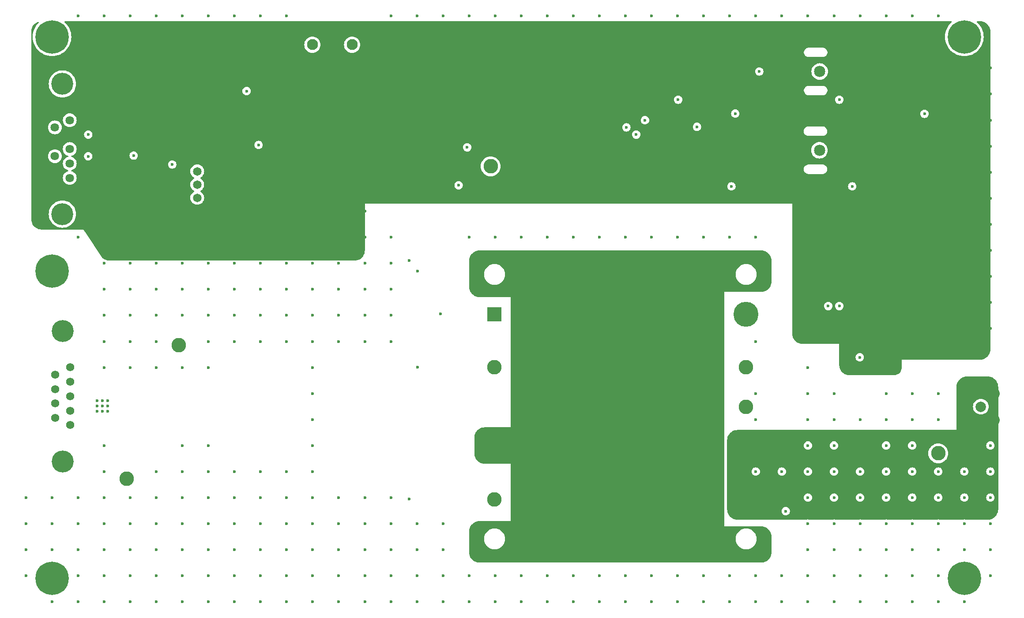
<source format=gbr>
%TF.GenerationSoftware,KiCad,Pcbnew,8.0.6*%
%TF.CreationDate,2025-06-02T13:03:20-04:00*%
%TF.ProjectId,CAEN_NEVIS_DAQ_3p3V,4341454e-5f4e-4455-9649-535f4441515f,rev?*%
%TF.SameCoordinates,Original*%
%TF.FileFunction,Copper,L6,Inr*%
%TF.FilePolarity,Positive*%
%FSLAX46Y46*%
G04 Gerber Fmt 4.6, Leading zero omitted, Abs format (unit mm)*
G04 Created by KiCad (PCBNEW 8.0.6) date 2025-06-02 13:03:20*
%MOMM*%
%LPD*%
G01*
G04 APERTURE LIST*
%TA.AperFunction,ComponentPad*%
%ADD10C,2.800000*%
%TD*%
%TA.AperFunction,ComponentPad*%
%ADD11C,6.400000*%
%TD*%
%TA.AperFunction,ComponentPad*%
%ADD12R,2.800000X2.800000*%
%TD*%
%TA.AperFunction,ComponentPad*%
%ADD13C,4.800000*%
%TD*%
%TA.AperFunction,ComponentPad*%
%ADD14C,2.159000*%
%TD*%
%TA.AperFunction,ComponentPad*%
%ADD15C,1.650000*%
%TD*%
%TA.AperFunction,ComponentPad*%
%ADD16C,1.635000*%
%TD*%
%TA.AperFunction,ComponentPad*%
%ADD17C,4.216000*%
%TD*%
%TA.AperFunction,ComponentPad*%
%ADD18C,2.006600*%
%TD*%
%TA.AperFunction,ComponentPad*%
%ADD19C,2.209800*%
%TD*%
%TA.AperFunction,ComponentPad*%
%ADD20C,1.560000*%
%TD*%
%TA.AperFunction,ComponentPad*%
%ADD21C,2.100000*%
%TD*%
%TA.AperFunction,ViaPad*%
%ADD22C,0.600000*%
%TD*%
%TA.AperFunction,ViaPad*%
%ADD23C,1.000000*%
%TD*%
G04 APERTURE END LIST*
D10*
%TO.N,/V_SEC_RTN*%
%TO.C,Secondary RTN*%
X79340000Y-88210000D03*
%TD*%
%TO.N,/V_SEC_IN*%
%TO.C,Secondary PWR*%
X69340000Y-113850000D03*
%TD*%
D11*
%TO.N,GNDPWR*%
%TO.C,H5*%
X55000000Y-74000000D03*
%TD*%
D10*
%TO.N,/V_3p3_RTN*%
%TO.C,3.3V RTN*%
X210000000Y-109000000D03*
%TD*%
%TO.N,/V_3p3_Supply*%
%TO.C,3.3V*%
X225000000Y-109000000D03*
%TD*%
D12*
%TO.N,/Main_Converter/p12V*%
%TO.C,U1*%
X139890000Y-82255000D03*
D10*
%TO.N,Net-(U1-ON{slash}OFF)*%
X139890000Y-92415000D03*
%TO.N,GNDPWR*%
X139890000Y-107655000D03*
%TO.N,/Main_Converter/p12V_rtn*%
X139890000Y-117815000D03*
D13*
%TO.N,/V_3p3_RTN*%
X188140000Y-117815000D03*
D10*
X188140000Y-107655000D03*
%TO.N,unconnected-(U1-TRIM-Pad7)*%
X188140000Y-100035000D03*
%TO.N,/V_3p3_*%
X188140000Y-92415000D03*
D13*
X188140000Y-82255000D03*
%TD*%
D10*
%TO.N,/V_TELEM_RTN*%
%TO.C,TELEM RTN*%
X119060000Y-53890000D03*
%TD*%
%TO.N,/V_TELEM*%
%TO.C,TELEM PWR*%
X139140000Y-53870000D03*
%TD*%
D14*
%TO.N,Net-(M3-Pad3)*%
%TO.C,P2*%
X202210000Y-50790000D03*
%TD*%
%TO.N,Net-(P1-Pad1)*%
%TO.C,P1*%
X202250000Y-35660000D03*
%TD*%
D15*
%TO.N,Net-(U6-R)*%
%TO.C,J5*%
X82850000Y-59910000D03*
%TO.N,/EN_SIG*%
X82850000Y-57370000D03*
%TO.N,Net-(J5-Pad3)*%
X82850000Y-54830000D03*
%TD*%
D16*
%TO.N,/EN+*%
%TO.C,J4*%
X58400000Y-56090000D03*
%TO.N,/EN-*%
X58400000Y-53320000D03*
%TO.N,unconnected-(J4-Pad3)*%
X58400000Y-50550000D03*
%TO.N,/V_TELEM_RTN*%
X58400000Y-47780000D03*
%TO.N,/TEMP_Mon*%
X58400000Y-45010000D03*
%TO.N,/V_TELEM_RTN*%
X55560000Y-54705000D03*
%TO.N,/Volt_Mon*%
X55560000Y-51935000D03*
%TO.N,/V_TELEM_RTN*%
X55560000Y-49165000D03*
%TO.N,/Curr_Mon*%
X55560000Y-46395000D03*
D17*
%TO.N,GNDPWR*%
X56980000Y-38050000D03*
X56980000Y-63050000D03*
%TD*%
D18*
%TO.N,/V_3p3_Supply*%
%TO.C,J3*%
X233167999Y-100035000D03*
D19*
%TO.N,/V_3p3_RTN*%
X235707999Y-97495000D03*
X230627999Y-97495000D03*
X230627999Y-102575000D03*
X235707999Y-102575000D03*
%TD*%
D20*
%TO.N,/V_SEC_RTN*%
%TO.C,J2*%
X58480000Y-92490000D03*
X58480000Y-95260000D03*
%TO.N,unconnected-(J2-Pad3)*%
X58480000Y-98030000D03*
%TO.N,/V_SEC_RTN*%
X58480000Y-100800000D03*
X58480000Y-103570000D03*
%TO.N,/V_SEC_IN*%
X55640000Y-93875000D03*
X55640000Y-96645000D03*
X55640000Y-99415000D03*
X55640000Y-102185000D03*
D17*
%TO.N,GNDPWR*%
X57060000Y-85530000D03*
X57060000Y-110530000D03*
%TD*%
D21*
%TO.N,/V_TELEM*%
%TO.C,J1*%
X112570000Y-30510000D03*
%TO.N,/V_TELEM_RTN*%
X108760000Y-30510000D03*
%TO.N,/V_TELEM*%
X104950000Y-30510000D03*
%TD*%
D11*
%TO.N,GNDPWR*%
%TO.C,H4*%
X230000000Y-133000000D03*
%TD*%
%TO.N,GNDPWR*%
%TO.C,H3*%
X230000000Y-29000000D03*
%TD*%
%TO.N,GNDPWR*%
%TO.C,H2*%
X55000000Y-133000000D03*
%TD*%
%TO.N,GNDPWR*%
%TO.C,H1*%
X55000000Y-29000000D03*
%TD*%
D22*
%TO.N,/V_SEC_RTN*%
X195000000Y-112500000D03*
X190000000Y-112500000D03*
X190000000Y-102500000D03*
X190000000Y-97500000D03*
X190000000Y-87500000D03*
X200000000Y-92500000D03*
X200000000Y-97500000D03*
X205000000Y-97500000D03*
X200000000Y-102500000D03*
X205000000Y-102500000D03*
X210000000Y-102500000D03*
X215000000Y-97500000D03*
X225000000Y-97500000D03*
X220000000Y-97500000D03*
X215000000Y-102500000D03*
X225000000Y-102500000D03*
X220000000Y-102500000D03*
%TO.N,/V_TELEM_RTN*%
X60000000Y-30000000D03*
X60000000Y-25000000D03*
X100000000Y-30000000D03*
X100000000Y-25000000D03*
X95000000Y-30000000D03*
X95000000Y-25000000D03*
X75000000Y-25000000D03*
X80000000Y-25000000D03*
X90000000Y-25000000D03*
X65000000Y-25000000D03*
X85000000Y-25000000D03*
X70000000Y-25000000D03*
X75000000Y-30000000D03*
X80000000Y-30000000D03*
X90000000Y-30000000D03*
X65000000Y-30000000D03*
X85000000Y-30000000D03*
X70000000Y-30000000D03*
X75000000Y-40000000D03*
X65000000Y-40000000D03*
X65000000Y-35000000D03*
X75000000Y-35000000D03*
X70000000Y-35000000D03*
X70000000Y-40000000D03*
X90000000Y-40000000D03*
X85000000Y-35000000D03*
X90000000Y-35000000D03*
X80000000Y-35000000D03*
X80000000Y-40000000D03*
X85000000Y-40000000D03*
X195000000Y-50000000D03*
X190000000Y-50000000D03*
X190000000Y-45000000D03*
X195000000Y-45000000D03*
X195000000Y-40000000D03*
X190000000Y-40000000D03*
X175000000Y-50000000D03*
X180000000Y-50000000D03*
X185000000Y-55000000D03*
X180000000Y-55000000D03*
X175000000Y-55000000D03*
X170000000Y-55000000D03*
X140000000Y-50000000D03*
X150000000Y-50000000D03*
X145000000Y-50000000D03*
X160000000Y-50000000D03*
X155000000Y-50000000D03*
X150000000Y-55000000D03*
X145000000Y-55000000D03*
X160000000Y-55000000D03*
X155000000Y-55000000D03*
X135000000Y-60000000D03*
X140000000Y-60000000D03*
X145000000Y-60000000D03*
X150000000Y-60000000D03*
X155000000Y-60000000D03*
X160000000Y-60000000D03*
X190000000Y-60000000D03*
X195000000Y-60000000D03*
X200000000Y-65000000D03*
X200000000Y-70000000D03*
X200000000Y-60000000D03*
X200000000Y-75000000D03*
X210000000Y-60000000D03*
X205000000Y-60000000D03*
X210000000Y-65000000D03*
X205000000Y-65000000D03*
X210000000Y-70000000D03*
X205000000Y-70000000D03*
X210000000Y-75000000D03*
X205000000Y-75000000D03*
X235000000Y-85000000D03*
X220000000Y-85000000D03*
X225000000Y-85000000D03*
X225000000Y-80000000D03*
X215000000Y-85000000D03*
X235000000Y-80000000D03*
X230000000Y-85000000D03*
X220000000Y-80000000D03*
X230000000Y-80000000D03*
X215000000Y-80000000D03*
X235000000Y-75000000D03*
X220000000Y-75000000D03*
X225000000Y-75000000D03*
X225000000Y-70000000D03*
X215000000Y-75000000D03*
X235000000Y-70000000D03*
X230000000Y-75000000D03*
X220000000Y-70000000D03*
X230000000Y-70000000D03*
X215000000Y-70000000D03*
X235000000Y-65000000D03*
X220000000Y-65000000D03*
X225000000Y-65000000D03*
X225000000Y-60000000D03*
X215000000Y-65000000D03*
X235000000Y-60000000D03*
X230000000Y-65000000D03*
X220000000Y-60000000D03*
X230000000Y-60000000D03*
X215000000Y-60000000D03*
X230000000Y-55000000D03*
X215000000Y-55000000D03*
X235000000Y-55000000D03*
X220000000Y-55000000D03*
X225000000Y-55000000D03*
X230000000Y-50000000D03*
X215000000Y-50000000D03*
X235000000Y-50000000D03*
X220000000Y-50000000D03*
X225000000Y-50000000D03*
X230000000Y-45000000D03*
X215000000Y-45000000D03*
X235000000Y-45000000D03*
X220000000Y-45000000D03*
X225000000Y-45000000D03*
X215000000Y-40000000D03*
X220000000Y-40000000D03*
X235000000Y-40000000D03*
X230000000Y-40000000D03*
X225000000Y-40000000D03*
X235000000Y-35000000D03*
X230000000Y-35000000D03*
X225000000Y-25000000D03*
X225000000Y-35000000D03*
X225000000Y-30000000D03*
X205000000Y-25000000D03*
X200000000Y-25000000D03*
X215000000Y-35000000D03*
X220000000Y-25000000D03*
X220000000Y-30000000D03*
X210000000Y-25000000D03*
X215000000Y-30000000D03*
X210000000Y-30000000D03*
X220000000Y-35000000D03*
X210000000Y-35000000D03*
X215000000Y-25000000D03*
X195000000Y-25000000D03*
X195000000Y-30000000D03*
X190000000Y-30000000D03*
X190000000Y-25000000D03*
X180000000Y-40000000D03*
X185000000Y-40000000D03*
X180000000Y-25000000D03*
X185000000Y-25000000D03*
X175000000Y-25000000D03*
X185000000Y-30000000D03*
X180000000Y-30000000D03*
X175000000Y-30000000D03*
X185000000Y-35000000D03*
X180000000Y-35000000D03*
X175000000Y-35000000D03*
X170000000Y-25000000D03*
X165000000Y-25000000D03*
X145000000Y-25000000D03*
X140000000Y-25000000D03*
X160000000Y-25000000D03*
X130000000Y-25000000D03*
X155000000Y-25000000D03*
X150000000Y-25000000D03*
X135000000Y-25000000D03*
X125000000Y-25000000D03*
X120000000Y-25000000D03*
X170000000Y-30000000D03*
X165000000Y-30000000D03*
X145000000Y-30000000D03*
X140000000Y-30000000D03*
X160000000Y-30000000D03*
X130000000Y-30000000D03*
X155000000Y-30000000D03*
X150000000Y-30000000D03*
X135000000Y-30000000D03*
X125000000Y-30000000D03*
X120000000Y-30000000D03*
X130000000Y-35000000D03*
X135000000Y-35000000D03*
X120000000Y-35000000D03*
X125000000Y-35000000D03*
X115000000Y-35000000D03*
X105000000Y-35000000D03*
X110000000Y-35000000D03*
X155000000Y-35000000D03*
X150000000Y-35000000D03*
X170000000Y-35000000D03*
X160000000Y-35000000D03*
X145000000Y-35000000D03*
X140000000Y-35000000D03*
X165000000Y-35000000D03*
X170000000Y-40000000D03*
X165000000Y-40000000D03*
X120000000Y-40000000D03*
X125000000Y-40000000D03*
X130000000Y-40000000D03*
X115000000Y-40000000D03*
X100000000Y-40000000D03*
X105000000Y-40000000D03*
X110000000Y-40000000D03*
X115000000Y-50000000D03*
X100000000Y-50000000D03*
X105000000Y-50000000D03*
X110000000Y-50000000D03*
X110000000Y-55000000D03*
X100000000Y-55000000D03*
X95000000Y-55000000D03*
X115000000Y-55000000D03*
X105000000Y-55000000D03*
X90000000Y-55000000D03*
X80000000Y-57500000D03*
X75000000Y-57500000D03*
X65000000Y-57500000D03*
X60000000Y-67500000D03*
X105000000Y-62500000D03*
X115000000Y-62500000D03*
X90000000Y-62500000D03*
X85000000Y-62500000D03*
X100000000Y-62500000D03*
X95000000Y-62500000D03*
X110000000Y-62500000D03*
X70000000Y-62500000D03*
X80000000Y-62500000D03*
X75000000Y-62500000D03*
X65000000Y-62500000D03*
X105000000Y-67500000D03*
X115000000Y-67500000D03*
X90000000Y-67500000D03*
X85000000Y-67500000D03*
X100000000Y-67500000D03*
X95000000Y-67500000D03*
X110000000Y-67500000D03*
X70000000Y-67500000D03*
X80000000Y-67500000D03*
X75000000Y-67500000D03*
X65000000Y-67500000D03*
%TO.N,/V_SEC_RTN*%
X120000000Y-72500000D03*
%TO.N,/V_TELEM_RTN*%
X110000000Y-72500000D03*
X115000000Y-72500000D03*
X105000000Y-72500000D03*
X90000000Y-72500000D03*
X100000000Y-72500000D03*
X95000000Y-72500000D03*
X85000000Y-72500000D03*
X80000000Y-72500000D03*
X75000000Y-72500000D03*
X70000000Y-72500000D03*
X65000000Y-72500000D03*
%TO.N,/V_SEC_RTN*%
X185000000Y-67500000D03*
X175000000Y-67500000D03*
X180000000Y-67500000D03*
X190000000Y-67500000D03*
X170000000Y-67500000D03*
X160000000Y-67500000D03*
X165000000Y-67500000D03*
X155000000Y-67500000D03*
X150000000Y-67500000D03*
X145000000Y-67500000D03*
X140000000Y-67500000D03*
X135000000Y-67500000D03*
X120000000Y-67500000D03*
X105000000Y-92500000D03*
X80000000Y-92500000D03*
X85000000Y-92500000D03*
X65000000Y-92500000D03*
X75000000Y-92500000D03*
X70000000Y-92500000D03*
X95000000Y-82500000D03*
X115000000Y-77500000D03*
X90000000Y-87500000D03*
X75000000Y-87500000D03*
X100000000Y-87500000D03*
X70000000Y-87500000D03*
X65000000Y-87500000D03*
X115000000Y-87500000D03*
X70000000Y-77500000D03*
X95000000Y-87500000D03*
X65000000Y-82500000D03*
X110000000Y-87500000D03*
X65000000Y-77500000D03*
X105000000Y-87500000D03*
X120000000Y-87500000D03*
X85000000Y-87500000D03*
X90000000Y-82500000D03*
X105000000Y-82500000D03*
X85000000Y-82500000D03*
X110000000Y-82500000D03*
X100000000Y-77500000D03*
X100000000Y-82500000D03*
X105000000Y-77500000D03*
X90000000Y-77500000D03*
X95000000Y-77500000D03*
X110000000Y-77500000D03*
X75000000Y-77500000D03*
X70000000Y-82500000D03*
X120000000Y-82500000D03*
X85000000Y-77500000D03*
X80000000Y-77500000D03*
X120000000Y-77500000D03*
X115000000Y-82500000D03*
X75000000Y-82500000D03*
X80000000Y-82500000D03*
X105000000Y-97500000D03*
X105000000Y-102500000D03*
X105000000Y-107500000D03*
X80000000Y-107500000D03*
X85000000Y-107500000D03*
X65000000Y-107500000D03*
X65000000Y-112500000D03*
X75000000Y-112500000D03*
X95000000Y-112500000D03*
X90000000Y-112500000D03*
X100000000Y-112500000D03*
X80000000Y-112500000D03*
X105000000Y-112500000D03*
X85000000Y-112500000D03*
X95000000Y-117500000D03*
X95000000Y-127500000D03*
X115000000Y-122500000D03*
X110000000Y-117500000D03*
X110000000Y-127500000D03*
X100000000Y-127500000D03*
X105000000Y-122500000D03*
X100000000Y-117500000D03*
X95000000Y-122500000D03*
X110000000Y-122500000D03*
X105000000Y-127500000D03*
X105000000Y-117500000D03*
X100000000Y-122500000D03*
X115000000Y-117500000D03*
X120000000Y-117500000D03*
X130000000Y-127500000D03*
X120000000Y-122500000D03*
X115000000Y-127500000D03*
X130000000Y-122500000D03*
X125000000Y-122500000D03*
X120000000Y-127500000D03*
X125000000Y-127500000D03*
X90000000Y-122500000D03*
X85000000Y-117500000D03*
X85000000Y-127500000D03*
X75000000Y-127500000D03*
X80000000Y-122500000D03*
X75000000Y-117500000D03*
X85000000Y-122500000D03*
X80000000Y-127500000D03*
X80000000Y-117500000D03*
X75000000Y-122500000D03*
X90000000Y-117500000D03*
X90000000Y-127500000D03*
X70000000Y-117500000D03*
X70000000Y-127500000D03*
X70000000Y-122500000D03*
X65000000Y-117500000D03*
X65000000Y-127500000D03*
X65000000Y-122500000D03*
X60000000Y-117500000D03*
X60000000Y-127500000D03*
X60000000Y-122500000D03*
X55000000Y-117500000D03*
X55000000Y-127500000D03*
X55000000Y-122500000D03*
X50000000Y-117500000D03*
X50000000Y-122500000D03*
X50000000Y-127500000D03*
X50000000Y-132500000D03*
X55000000Y-137500000D03*
X125000000Y-132500000D03*
X110000000Y-132500000D03*
X130000000Y-132500000D03*
X155000000Y-132500000D03*
X120000000Y-132500000D03*
X160000000Y-132500000D03*
X150000000Y-132500000D03*
X145000000Y-132500000D03*
X115000000Y-132500000D03*
X165000000Y-132500000D03*
X140000000Y-132500000D03*
X135000000Y-132500000D03*
X105000000Y-132500000D03*
X95000000Y-132500000D03*
X85000000Y-132500000D03*
X90000000Y-132500000D03*
X75000000Y-132500000D03*
X100000000Y-132500000D03*
X80000000Y-132500000D03*
X70000000Y-132500000D03*
X65000000Y-132500000D03*
X60000000Y-132500000D03*
X180000000Y-132500000D03*
X195000000Y-132500000D03*
X185000000Y-132500000D03*
X170000000Y-132500000D03*
X175000000Y-132500000D03*
X190000000Y-132500000D03*
X210000000Y-132500000D03*
X215000000Y-132500000D03*
X200000000Y-132500000D03*
X205000000Y-132500000D03*
X220000000Y-132500000D03*
X225000000Y-132500000D03*
X220000000Y-107500000D03*
X215000000Y-107500000D03*
X200000000Y-107500000D03*
X205000000Y-107500000D03*
X200000000Y-122500000D03*
X200000000Y-127500000D03*
X200000000Y-117500000D03*
X200000000Y-112500000D03*
X205000000Y-122500000D03*
X205000000Y-127500000D03*
X205000000Y-117500000D03*
X205000000Y-112500000D03*
X210000000Y-122500000D03*
X210000000Y-127500000D03*
X210000000Y-117500000D03*
X210000000Y-112500000D03*
X215000000Y-122500000D03*
X215000000Y-127500000D03*
X215000000Y-117500000D03*
X215000000Y-112500000D03*
X220000000Y-122500000D03*
X220000000Y-127500000D03*
X220000000Y-117500000D03*
X220000000Y-112500000D03*
X225000000Y-122500000D03*
X225000000Y-127500000D03*
X225000000Y-117500000D03*
X225000000Y-112500000D03*
X230000000Y-122500000D03*
X230000000Y-127500000D03*
X230000000Y-117500000D03*
X230000000Y-112500000D03*
X235000000Y-112500000D03*
X235000000Y-107500000D03*
X235000000Y-122500000D03*
X235000000Y-117500000D03*
X235000000Y-127500000D03*
X235000000Y-132500000D03*
X225000000Y-137500000D03*
X230000000Y-137500000D03*
X220000000Y-137500000D03*
X205000000Y-137500000D03*
X190000000Y-137500000D03*
X210000000Y-137500000D03*
X200000000Y-137500000D03*
X195000000Y-137500000D03*
X215000000Y-137500000D03*
X185000000Y-137500000D03*
X175000000Y-137500000D03*
X165000000Y-137500000D03*
X170000000Y-137500000D03*
X155000000Y-137500000D03*
X180000000Y-137500000D03*
X160000000Y-137500000D03*
X150000000Y-137500000D03*
X145000000Y-137500000D03*
X140000000Y-137500000D03*
X135000000Y-137500000D03*
X125000000Y-137500000D03*
X130000000Y-137500000D03*
X115000000Y-137500000D03*
X120000000Y-137500000D03*
X110000000Y-137500000D03*
X105000000Y-137500000D03*
X100000000Y-137500000D03*
X95000000Y-137500000D03*
X90000000Y-137500000D03*
X85000000Y-137500000D03*
X80000000Y-137500000D03*
X75000000Y-137500000D03*
X70000000Y-137500000D03*
X65000000Y-137500000D03*
X60000000Y-137500000D03*
D23*
%TO.N,GNDPWR*%
X165600000Y-120000000D03*
X160600000Y-125000000D03*
X145600000Y-125000000D03*
X155600000Y-120000000D03*
X175600000Y-120000000D03*
X155600000Y-125000000D03*
X165600000Y-125000000D03*
X170600000Y-120000000D03*
X145600000Y-120000000D03*
X160600000Y-120000000D03*
X180600000Y-125000000D03*
X175600000Y-125000000D03*
X170600000Y-125000000D03*
X150600000Y-125000000D03*
X150600000Y-115000000D03*
X150600000Y-120000000D03*
X145600000Y-115000000D03*
X165600000Y-115000000D03*
X175600000Y-115000000D03*
X170600000Y-115000000D03*
X155600000Y-115000000D03*
X180600000Y-120000000D03*
X180600000Y-115000000D03*
X160600000Y-115000000D03*
X155600000Y-105000000D03*
X160600000Y-105000000D03*
X170600000Y-105000000D03*
X160600000Y-110000000D03*
X175600000Y-105000000D03*
X165600000Y-105000000D03*
X180600000Y-110000000D03*
X155600000Y-110000000D03*
X160600000Y-95000000D03*
X155600000Y-95000000D03*
X145600000Y-105000000D03*
X165600000Y-110000000D03*
X145600000Y-110000000D03*
X180600000Y-105000000D03*
X175600000Y-110000000D03*
X170600000Y-110000000D03*
X150600000Y-110000000D03*
X150600000Y-105000000D03*
X165600000Y-95000000D03*
X175600000Y-95000000D03*
X180600000Y-100000000D03*
X160600000Y-100000000D03*
X170600000Y-95000000D03*
X145600000Y-95000000D03*
X145600000Y-100000000D03*
X180600000Y-95000000D03*
X175600000Y-100000000D03*
X170600000Y-100000000D03*
X150600000Y-100000000D03*
X150600000Y-95000000D03*
X155600000Y-100000000D03*
X165600000Y-100000000D03*
X160600000Y-85000000D03*
X155600000Y-85000000D03*
X165600000Y-85000000D03*
X175600000Y-85000000D03*
X180600000Y-90000000D03*
X160600000Y-90000000D03*
X170600000Y-85000000D03*
X145600000Y-85000000D03*
X145600000Y-90000000D03*
X180600000Y-85000000D03*
X175600000Y-90000000D03*
X170600000Y-90000000D03*
X150600000Y-90000000D03*
X150600000Y-85000000D03*
X155600000Y-90000000D03*
X165600000Y-90000000D03*
X160600000Y-80000000D03*
X155600000Y-80000000D03*
X165600000Y-80000000D03*
X175600000Y-80000000D03*
X170600000Y-80000000D03*
X145600000Y-80000000D03*
X180600000Y-80000000D03*
X150600000Y-80000000D03*
X180600000Y-75000000D03*
X175600000Y-75000000D03*
X165600000Y-75000000D03*
X170600000Y-75000000D03*
X155600000Y-75000000D03*
X160600000Y-75000000D03*
X150600000Y-75000000D03*
X145600000Y-75000000D03*
D22*
%TO.N,/Main_Converter/p12V*%
X129510000Y-82250000D03*
%TO.N,/Curr_Mon*%
X165180000Y-46395000D03*
%TO.N,/Volt_Mon*%
X167060000Y-47780000D03*
X61950000Y-47780000D03*
X61950000Y-51940000D03*
%TO.N,/TEMP_Mon*%
X168740000Y-45010000D03*
%TO.N,/V_3p3_RTN*%
X195740000Y-114710000D03*
%TO.N,GNDPWR*%
X195740000Y-120100000D03*
%TO.N,/V_TELEM_RTN*%
X175370000Y-48180000D03*
%TO.N,/Telemetry_CKT/V_3p3*%
X178720000Y-46280000D03*
%TO.N,/V_TELEM_RTN*%
X180680000Y-42480000D03*
%TO.N,/Telemetry_CKT/TEMP*%
X175110000Y-41070000D03*
X206020000Y-41070000D03*
X206016577Y-80710531D03*
%TO.N,/V_TELEM*%
X190660000Y-35650000D03*
%TO.N,/V_TELEM_RTN*%
X191550000Y-56280000D03*
X182970000Y-49590000D03*
%TO.N,Net-(U4A-+INA)*%
X186060000Y-43740000D03*
X222360000Y-43780000D03*
%TO.N,/V_TELEM_RTN*%
X203895000Y-86000000D03*
X225490000Y-87530000D03*
%TO.N,Net-(U3-OUT)*%
X185330000Y-57730000D03*
X208500000Y-57730000D03*
%TO.N,/V_TELEM*%
X203895000Y-80705000D03*
%TO.N,/V_TELEM_RTN*%
X90290000Y-51528750D03*
%TO.N,/Telemetry_CKT/V_3p3*%
X78060000Y-53520000D03*
%TO.N,/V_TELEM_RTN*%
X67240000Y-51790000D03*
%TO.N,/Telemetry_CKT/V_3p3*%
X70660000Y-51810000D03*
%TO.N,/V_TELEM*%
X94625000Y-49768750D03*
%TO.N,/V_TELEM_RTN*%
X85925000Y-42348750D03*
%TO.N,/Main_Converter/p12V_rtn*%
X123515000Y-117775000D03*
%TO.N,Net-(U1-ON{slash}OFF)*%
X125115000Y-92445000D03*
%TO.N,/V_TELEM_RTN*%
X100620000Y-36243750D03*
%TO.N,/Telemetry_CKT/V_3p3*%
X92320000Y-39413750D03*
%TO.N,/V_TELEM_RTN*%
X181920000Y-56560000D03*
%TO.N,/Telemetry_CKT/V_3p3*%
X209942500Y-90557500D03*
%TO.N,/V_TELEM_RTN*%
X211992500Y-92067500D03*
%TO.N,/Main_Converter/p12V_rtn*%
X123515000Y-71945000D03*
%TO.N,Net-(U1-ON{slash}OFF)*%
X125115000Y-73965000D03*
%TO.N,/V_TELEM*%
X132995000Y-57515000D03*
%TO.N,/V_TELEM_RTN*%
X123085000Y-53875000D03*
X129445000Y-56015000D03*
%TO.N,/V_TELEM*%
X134635000Y-50235000D03*
%TO.N,/V_SEC_RTN*%
X65640000Y-100915000D03*
X65640000Y-99915000D03*
X65640000Y-98915000D03*
X64640000Y-98915000D03*
X64640000Y-99915000D03*
X64640000Y-100915000D03*
X63640000Y-100915000D03*
X63640000Y-99915000D03*
X63640000Y-98915000D03*
%TD*%
%TA.AperFunction,Conductor*%
%TO.N,/V_3p3_RTN*%
G36*
X234504418Y-94250316D02*
G01*
X234775790Y-94269724D01*
X234793291Y-94272241D01*
X235054803Y-94329129D01*
X235071762Y-94334108D01*
X235322524Y-94427638D01*
X235338616Y-94434987D01*
X235573501Y-94563244D01*
X235588375Y-94572802D01*
X235802624Y-94733188D01*
X235815994Y-94744774D01*
X236005225Y-94934005D01*
X236016811Y-94947375D01*
X236177193Y-95161619D01*
X236186758Y-95176503D01*
X236315011Y-95411382D01*
X236322361Y-95427475D01*
X236415888Y-95678229D01*
X236420872Y-95695205D01*
X236477757Y-95956702D01*
X236480275Y-95974214D01*
X236499684Y-96245581D01*
X236500000Y-96254427D01*
X236500000Y-119745572D01*
X236499684Y-119754418D01*
X236480275Y-120025785D01*
X236477757Y-120043297D01*
X236420872Y-120304794D01*
X236415888Y-120321770D01*
X236322361Y-120572524D01*
X236315011Y-120588617D01*
X236186758Y-120823496D01*
X236177193Y-120838380D01*
X236016811Y-121052624D01*
X236005225Y-121065994D01*
X235815994Y-121255225D01*
X235802624Y-121266811D01*
X235588380Y-121427193D01*
X235573496Y-121436758D01*
X235338617Y-121565011D01*
X235322524Y-121572361D01*
X235071771Y-121665887D01*
X235054795Y-121670871D01*
X234895155Y-121705598D01*
X234882684Y-121707652D01*
X234820743Y-121714632D01*
X234791712Y-121724790D01*
X234759608Y-121731431D01*
X234512311Y-121749119D01*
X234504417Y-121749684D01*
X234495572Y-121750000D01*
X230301401Y-121750000D01*
X230260446Y-121743042D01*
X230179254Y-121714631D01*
X230179249Y-121714630D01*
X230000004Y-121694435D01*
X229999996Y-121694435D01*
X229820750Y-121714630D01*
X229820745Y-121714631D01*
X229739554Y-121743042D01*
X229698599Y-121750000D01*
X225301401Y-121750000D01*
X225260446Y-121743042D01*
X225179254Y-121714631D01*
X225179249Y-121714630D01*
X225000004Y-121694435D01*
X224999996Y-121694435D01*
X224820750Y-121714630D01*
X224820745Y-121714631D01*
X224739554Y-121743042D01*
X224698599Y-121750000D01*
X220301401Y-121750000D01*
X220260446Y-121743042D01*
X220179254Y-121714631D01*
X220179249Y-121714630D01*
X220000004Y-121694435D01*
X219999996Y-121694435D01*
X219820750Y-121714630D01*
X219820745Y-121714631D01*
X219739554Y-121743042D01*
X219698599Y-121750000D01*
X215301401Y-121750000D01*
X215260446Y-121743042D01*
X215179254Y-121714631D01*
X215179249Y-121714630D01*
X215000004Y-121694435D01*
X214999996Y-121694435D01*
X214820750Y-121714630D01*
X214820745Y-121714631D01*
X214739554Y-121743042D01*
X214698599Y-121750000D01*
X210301401Y-121750000D01*
X210260446Y-121743042D01*
X210179254Y-121714631D01*
X210179249Y-121714630D01*
X210000004Y-121694435D01*
X209999996Y-121694435D01*
X209820750Y-121714630D01*
X209820745Y-121714631D01*
X209739554Y-121743042D01*
X209698599Y-121750000D01*
X205301401Y-121750000D01*
X205260446Y-121743042D01*
X205179254Y-121714631D01*
X205179249Y-121714630D01*
X205000004Y-121694435D01*
X204999996Y-121694435D01*
X204820750Y-121714630D01*
X204820745Y-121714631D01*
X204739554Y-121743042D01*
X204698599Y-121750000D01*
X200301401Y-121750000D01*
X200260446Y-121743042D01*
X200179254Y-121714631D01*
X200179249Y-121714630D01*
X200000004Y-121694435D01*
X199999996Y-121694435D01*
X199820750Y-121714630D01*
X199820745Y-121714631D01*
X199739554Y-121743042D01*
X199698599Y-121750000D01*
X186504428Y-121750000D01*
X186495582Y-121749684D01*
X186224214Y-121730275D01*
X186206702Y-121727757D01*
X185945205Y-121670872D01*
X185928229Y-121665888D01*
X185677475Y-121572361D01*
X185661382Y-121565011D01*
X185426503Y-121436758D01*
X185411619Y-121427193D01*
X185197375Y-121266811D01*
X185184005Y-121255225D01*
X184994774Y-121065994D01*
X184983188Y-121052624D01*
X184822802Y-120838375D01*
X184813244Y-120823501D01*
X184684987Y-120588616D01*
X184677638Y-120572524D01*
X184631761Y-120449523D01*
X184584108Y-120321762D01*
X184579129Y-120304803D01*
X184534576Y-120099996D01*
X194934435Y-120099996D01*
X194934435Y-120100003D01*
X194954630Y-120279249D01*
X194954631Y-120279254D01*
X195014211Y-120449523D01*
X195091498Y-120572524D01*
X195110184Y-120602262D01*
X195237738Y-120729816D01*
X195328080Y-120786582D01*
X195386836Y-120823501D01*
X195390478Y-120825789D01*
X195560745Y-120885368D01*
X195560750Y-120885369D01*
X195739996Y-120905565D01*
X195740000Y-120905565D01*
X195740004Y-120905565D01*
X195919249Y-120885369D01*
X195919252Y-120885368D01*
X195919255Y-120885368D01*
X196089522Y-120825789D01*
X196242262Y-120729816D01*
X196369816Y-120602262D01*
X196465789Y-120449522D01*
X196525368Y-120279255D01*
X196545565Y-120100000D01*
X196539176Y-120043297D01*
X196525369Y-119920750D01*
X196525368Y-119920745D01*
X196465789Y-119750478D01*
X196462706Y-119745572D01*
X196369815Y-119597737D01*
X196242262Y-119470184D01*
X196089523Y-119374211D01*
X195919254Y-119314631D01*
X195919249Y-119314630D01*
X195740004Y-119294435D01*
X195739996Y-119294435D01*
X195560750Y-119314630D01*
X195560745Y-119314631D01*
X195390476Y-119374211D01*
X195237737Y-119470184D01*
X195110184Y-119597737D01*
X195014211Y-119750476D01*
X194954631Y-119920745D01*
X194954630Y-119920750D01*
X194934435Y-120099996D01*
X184534576Y-120099996D01*
X184522241Y-120043291D01*
X184519724Y-120025785D01*
X184500316Y-119754418D01*
X184500000Y-119745572D01*
X184500000Y-117499996D01*
X199194435Y-117499996D01*
X199194435Y-117500003D01*
X199214630Y-117679249D01*
X199214631Y-117679254D01*
X199274211Y-117849523D01*
X199370184Y-118002262D01*
X199497738Y-118129816D01*
X199650478Y-118225789D01*
X199820745Y-118285368D01*
X199820750Y-118285369D01*
X199999996Y-118305565D01*
X200000000Y-118305565D01*
X200000004Y-118305565D01*
X200179249Y-118285369D01*
X200179252Y-118285368D01*
X200179255Y-118285368D01*
X200349522Y-118225789D01*
X200502262Y-118129816D01*
X200629816Y-118002262D01*
X200725789Y-117849522D01*
X200785368Y-117679255D01*
X200805565Y-117500000D01*
X200805565Y-117499996D01*
X204194435Y-117499996D01*
X204194435Y-117500003D01*
X204214630Y-117679249D01*
X204214631Y-117679254D01*
X204274211Y-117849523D01*
X204370184Y-118002262D01*
X204497738Y-118129816D01*
X204650478Y-118225789D01*
X204820745Y-118285368D01*
X204820750Y-118285369D01*
X204999996Y-118305565D01*
X205000000Y-118305565D01*
X205000004Y-118305565D01*
X205179249Y-118285369D01*
X205179252Y-118285368D01*
X205179255Y-118285368D01*
X205349522Y-118225789D01*
X205502262Y-118129816D01*
X205629816Y-118002262D01*
X205725789Y-117849522D01*
X205785368Y-117679255D01*
X205805565Y-117500000D01*
X205805565Y-117499996D01*
X209194435Y-117499996D01*
X209194435Y-117500003D01*
X209214630Y-117679249D01*
X209214631Y-117679254D01*
X209274211Y-117849523D01*
X209370184Y-118002262D01*
X209497738Y-118129816D01*
X209650478Y-118225789D01*
X209820745Y-118285368D01*
X209820750Y-118285369D01*
X209999996Y-118305565D01*
X210000000Y-118305565D01*
X210000004Y-118305565D01*
X210179249Y-118285369D01*
X210179252Y-118285368D01*
X210179255Y-118285368D01*
X210349522Y-118225789D01*
X210502262Y-118129816D01*
X210629816Y-118002262D01*
X210725789Y-117849522D01*
X210785368Y-117679255D01*
X210805565Y-117500000D01*
X210805565Y-117499996D01*
X214194435Y-117499996D01*
X214194435Y-117500003D01*
X214214630Y-117679249D01*
X214214631Y-117679254D01*
X214274211Y-117849523D01*
X214370184Y-118002262D01*
X214497738Y-118129816D01*
X214650478Y-118225789D01*
X214820745Y-118285368D01*
X214820750Y-118285369D01*
X214999996Y-118305565D01*
X215000000Y-118305565D01*
X215000004Y-118305565D01*
X215179249Y-118285369D01*
X215179252Y-118285368D01*
X215179255Y-118285368D01*
X215349522Y-118225789D01*
X215502262Y-118129816D01*
X215629816Y-118002262D01*
X215725789Y-117849522D01*
X215785368Y-117679255D01*
X215805565Y-117500000D01*
X215805565Y-117499996D01*
X219194435Y-117499996D01*
X219194435Y-117500003D01*
X219214630Y-117679249D01*
X219214631Y-117679254D01*
X219274211Y-117849523D01*
X219370184Y-118002262D01*
X219497738Y-118129816D01*
X219650478Y-118225789D01*
X219820745Y-118285368D01*
X219820750Y-118285369D01*
X219999996Y-118305565D01*
X220000000Y-118305565D01*
X220000004Y-118305565D01*
X220179249Y-118285369D01*
X220179252Y-118285368D01*
X220179255Y-118285368D01*
X220349522Y-118225789D01*
X220502262Y-118129816D01*
X220629816Y-118002262D01*
X220725789Y-117849522D01*
X220785368Y-117679255D01*
X220805565Y-117500000D01*
X220805565Y-117499996D01*
X224194435Y-117499996D01*
X224194435Y-117500003D01*
X224214630Y-117679249D01*
X224214631Y-117679254D01*
X224274211Y-117849523D01*
X224370184Y-118002262D01*
X224497738Y-118129816D01*
X224650478Y-118225789D01*
X224820745Y-118285368D01*
X224820750Y-118285369D01*
X224999996Y-118305565D01*
X225000000Y-118305565D01*
X225000004Y-118305565D01*
X225179249Y-118285369D01*
X225179252Y-118285368D01*
X225179255Y-118285368D01*
X225349522Y-118225789D01*
X225502262Y-118129816D01*
X225629816Y-118002262D01*
X225725789Y-117849522D01*
X225785368Y-117679255D01*
X225805565Y-117500000D01*
X225805565Y-117499996D01*
X229194435Y-117499996D01*
X229194435Y-117500003D01*
X229214630Y-117679249D01*
X229214631Y-117679254D01*
X229274211Y-117849523D01*
X229370184Y-118002262D01*
X229497738Y-118129816D01*
X229650478Y-118225789D01*
X229820745Y-118285368D01*
X229820750Y-118285369D01*
X229999996Y-118305565D01*
X230000000Y-118305565D01*
X230000004Y-118305565D01*
X230179249Y-118285369D01*
X230179252Y-118285368D01*
X230179255Y-118285368D01*
X230349522Y-118225789D01*
X230502262Y-118129816D01*
X230629816Y-118002262D01*
X230725789Y-117849522D01*
X230785368Y-117679255D01*
X230805565Y-117500000D01*
X230805565Y-117499996D01*
X234194435Y-117499996D01*
X234194435Y-117500003D01*
X234214630Y-117679249D01*
X234214631Y-117679254D01*
X234274211Y-117849523D01*
X234370184Y-118002262D01*
X234497738Y-118129816D01*
X234650478Y-118225789D01*
X234820745Y-118285368D01*
X234820750Y-118285369D01*
X234999996Y-118305565D01*
X235000000Y-118305565D01*
X235000004Y-118305565D01*
X235179249Y-118285369D01*
X235179252Y-118285368D01*
X235179255Y-118285368D01*
X235349522Y-118225789D01*
X235502262Y-118129816D01*
X235629816Y-118002262D01*
X235725789Y-117849522D01*
X235785368Y-117679255D01*
X235805565Y-117500000D01*
X235785368Y-117320745D01*
X235725789Y-117150478D01*
X235629816Y-116997738D01*
X235502262Y-116870184D01*
X235349523Y-116774211D01*
X235179254Y-116714631D01*
X235179249Y-116714630D01*
X235000004Y-116694435D01*
X234999996Y-116694435D01*
X234820750Y-116714630D01*
X234820745Y-116714631D01*
X234650476Y-116774211D01*
X234497737Y-116870184D01*
X234370184Y-116997737D01*
X234274211Y-117150476D01*
X234214631Y-117320745D01*
X234214630Y-117320750D01*
X234194435Y-117499996D01*
X230805565Y-117499996D01*
X230785368Y-117320745D01*
X230725789Y-117150478D01*
X230629816Y-116997738D01*
X230502262Y-116870184D01*
X230349523Y-116774211D01*
X230179254Y-116714631D01*
X230179249Y-116714630D01*
X230000004Y-116694435D01*
X229999996Y-116694435D01*
X229820750Y-116714630D01*
X229820745Y-116714631D01*
X229650476Y-116774211D01*
X229497737Y-116870184D01*
X229370184Y-116997737D01*
X229274211Y-117150476D01*
X229214631Y-117320745D01*
X229214630Y-117320750D01*
X229194435Y-117499996D01*
X225805565Y-117499996D01*
X225785368Y-117320745D01*
X225725789Y-117150478D01*
X225629816Y-116997738D01*
X225502262Y-116870184D01*
X225349523Y-116774211D01*
X225179254Y-116714631D01*
X225179249Y-116714630D01*
X225000004Y-116694435D01*
X224999996Y-116694435D01*
X224820750Y-116714630D01*
X224820745Y-116714631D01*
X224650476Y-116774211D01*
X224497737Y-116870184D01*
X224370184Y-116997737D01*
X224274211Y-117150476D01*
X224214631Y-117320745D01*
X224214630Y-117320750D01*
X224194435Y-117499996D01*
X220805565Y-117499996D01*
X220785368Y-117320745D01*
X220725789Y-117150478D01*
X220629816Y-116997738D01*
X220502262Y-116870184D01*
X220349523Y-116774211D01*
X220179254Y-116714631D01*
X220179249Y-116714630D01*
X220000004Y-116694435D01*
X219999996Y-116694435D01*
X219820750Y-116714630D01*
X219820745Y-116714631D01*
X219650476Y-116774211D01*
X219497737Y-116870184D01*
X219370184Y-116997737D01*
X219274211Y-117150476D01*
X219214631Y-117320745D01*
X219214630Y-117320750D01*
X219194435Y-117499996D01*
X215805565Y-117499996D01*
X215785368Y-117320745D01*
X215725789Y-117150478D01*
X215629816Y-116997738D01*
X215502262Y-116870184D01*
X215349523Y-116774211D01*
X215179254Y-116714631D01*
X215179249Y-116714630D01*
X215000004Y-116694435D01*
X214999996Y-116694435D01*
X214820750Y-116714630D01*
X214820745Y-116714631D01*
X214650476Y-116774211D01*
X214497737Y-116870184D01*
X214370184Y-116997737D01*
X214274211Y-117150476D01*
X214214631Y-117320745D01*
X214214630Y-117320750D01*
X214194435Y-117499996D01*
X210805565Y-117499996D01*
X210785368Y-117320745D01*
X210725789Y-117150478D01*
X210629816Y-116997738D01*
X210502262Y-116870184D01*
X210349523Y-116774211D01*
X210179254Y-116714631D01*
X210179249Y-116714630D01*
X210000004Y-116694435D01*
X209999996Y-116694435D01*
X209820750Y-116714630D01*
X209820745Y-116714631D01*
X209650476Y-116774211D01*
X209497737Y-116870184D01*
X209370184Y-116997737D01*
X209274211Y-117150476D01*
X209214631Y-117320745D01*
X209214630Y-117320750D01*
X209194435Y-117499996D01*
X205805565Y-117499996D01*
X205785368Y-117320745D01*
X205725789Y-117150478D01*
X205629816Y-116997738D01*
X205502262Y-116870184D01*
X205349523Y-116774211D01*
X205179254Y-116714631D01*
X205179249Y-116714630D01*
X205000004Y-116694435D01*
X204999996Y-116694435D01*
X204820750Y-116714630D01*
X204820745Y-116714631D01*
X204650476Y-116774211D01*
X204497737Y-116870184D01*
X204370184Y-116997737D01*
X204274211Y-117150476D01*
X204214631Y-117320745D01*
X204214630Y-117320750D01*
X204194435Y-117499996D01*
X200805565Y-117499996D01*
X200785368Y-117320745D01*
X200725789Y-117150478D01*
X200629816Y-116997738D01*
X200502262Y-116870184D01*
X200349523Y-116774211D01*
X200179254Y-116714631D01*
X200179249Y-116714630D01*
X200000004Y-116694435D01*
X199999996Y-116694435D01*
X199820750Y-116714630D01*
X199820745Y-116714631D01*
X199650476Y-116774211D01*
X199497737Y-116870184D01*
X199370184Y-116997737D01*
X199274211Y-117150476D01*
X199214631Y-117320745D01*
X199214630Y-117320750D01*
X199194435Y-117499996D01*
X184500000Y-117499996D01*
X184500000Y-112499996D01*
X189194435Y-112499996D01*
X189194435Y-112500003D01*
X189214630Y-112679249D01*
X189214631Y-112679254D01*
X189274211Y-112849523D01*
X189370184Y-113002262D01*
X189497738Y-113129816D01*
X189650478Y-113225789D01*
X189820745Y-113285368D01*
X189820750Y-113285369D01*
X189999996Y-113305565D01*
X190000000Y-113305565D01*
X190000004Y-113305565D01*
X190179249Y-113285369D01*
X190179252Y-113285368D01*
X190179255Y-113285368D01*
X190349522Y-113225789D01*
X190502262Y-113129816D01*
X190629816Y-113002262D01*
X190725789Y-112849522D01*
X190785368Y-112679255D01*
X190805565Y-112500000D01*
X190805565Y-112499996D01*
X194194435Y-112499996D01*
X194194435Y-112500003D01*
X194214630Y-112679249D01*
X194214631Y-112679254D01*
X194274211Y-112849523D01*
X194370184Y-113002262D01*
X194497738Y-113129816D01*
X194650478Y-113225789D01*
X194820745Y-113285368D01*
X194820750Y-113285369D01*
X194999996Y-113305565D01*
X195000000Y-113305565D01*
X195000004Y-113305565D01*
X195179249Y-113285369D01*
X195179252Y-113285368D01*
X195179255Y-113285368D01*
X195349522Y-113225789D01*
X195502262Y-113129816D01*
X195629816Y-113002262D01*
X195725789Y-112849522D01*
X195785368Y-112679255D01*
X195805565Y-112500000D01*
X195805565Y-112499996D01*
X199194435Y-112499996D01*
X199194435Y-112500003D01*
X199214630Y-112679249D01*
X199214631Y-112679254D01*
X199274211Y-112849523D01*
X199370184Y-113002262D01*
X199497738Y-113129816D01*
X199650478Y-113225789D01*
X199820745Y-113285368D01*
X199820750Y-113285369D01*
X199999996Y-113305565D01*
X200000000Y-113305565D01*
X200000004Y-113305565D01*
X200179249Y-113285369D01*
X200179252Y-113285368D01*
X200179255Y-113285368D01*
X200349522Y-113225789D01*
X200502262Y-113129816D01*
X200629816Y-113002262D01*
X200725789Y-112849522D01*
X200785368Y-112679255D01*
X200805565Y-112500000D01*
X200805565Y-112499996D01*
X204194435Y-112499996D01*
X204194435Y-112500003D01*
X204214630Y-112679249D01*
X204214631Y-112679254D01*
X204274211Y-112849523D01*
X204370184Y-113002262D01*
X204497738Y-113129816D01*
X204650478Y-113225789D01*
X204820745Y-113285368D01*
X204820750Y-113285369D01*
X204999996Y-113305565D01*
X205000000Y-113305565D01*
X205000004Y-113305565D01*
X205179249Y-113285369D01*
X205179252Y-113285368D01*
X205179255Y-113285368D01*
X205349522Y-113225789D01*
X205502262Y-113129816D01*
X205629816Y-113002262D01*
X205725789Y-112849522D01*
X205785368Y-112679255D01*
X205805565Y-112500000D01*
X205805565Y-112499996D01*
X209194435Y-112499996D01*
X209194435Y-112500003D01*
X209214630Y-112679249D01*
X209214631Y-112679254D01*
X209274211Y-112849523D01*
X209370184Y-113002262D01*
X209497738Y-113129816D01*
X209650478Y-113225789D01*
X209820745Y-113285368D01*
X209820750Y-113285369D01*
X209999996Y-113305565D01*
X210000000Y-113305565D01*
X210000004Y-113305565D01*
X210179249Y-113285369D01*
X210179252Y-113285368D01*
X210179255Y-113285368D01*
X210349522Y-113225789D01*
X210502262Y-113129816D01*
X210629816Y-113002262D01*
X210725789Y-112849522D01*
X210785368Y-112679255D01*
X210805565Y-112500000D01*
X210805565Y-112499996D01*
X214194435Y-112499996D01*
X214194435Y-112500003D01*
X214214630Y-112679249D01*
X214214631Y-112679254D01*
X214274211Y-112849523D01*
X214370184Y-113002262D01*
X214497738Y-113129816D01*
X214650478Y-113225789D01*
X214820745Y-113285368D01*
X214820750Y-113285369D01*
X214999996Y-113305565D01*
X215000000Y-113305565D01*
X215000004Y-113305565D01*
X215179249Y-113285369D01*
X215179252Y-113285368D01*
X215179255Y-113285368D01*
X215349522Y-113225789D01*
X215502262Y-113129816D01*
X215629816Y-113002262D01*
X215725789Y-112849522D01*
X215785368Y-112679255D01*
X215805565Y-112500000D01*
X215805565Y-112499996D01*
X219194435Y-112499996D01*
X219194435Y-112500003D01*
X219214630Y-112679249D01*
X219214631Y-112679254D01*
X219274211Y-112849523D01*
X219370184Y-113002262D01*
X219497738Y-113129816D01*
X219650478Y-113225789D01*
X219820745Y-113285368D01*
X219820750Y-113285369D01*
X219999996Y-113305565D01*
X220000000Y-113305565D01*
X220000004Y-113305565D01*
X220179249Y-113285369D01*
X220179252Y-113285368D01*
X220179255Y-113285368D01*
X220349522Y-113225789D01*
X220502262Y-113129816D01*
X220629816Y-113002262D01*
X220725789Y-112849522D01*
X220785368Y-112679255D01*
X220805565Y-112500000D01*
X220805565Y-112499996D01*
X224194435Y-112499996D01*
X224194435Y-112500003D01*
X224214630Y-112679249D01*
X224214631Y-112679254D01*
X224274211Y-112849523D01*
X224370184Y-113002262D01*
X224497738Y-113129816D01*
X224650478Y-113225789D01*
X224820745Y-113285368D01*
X224820750Y-113285369D01*
X224999996Y-113305565D01*
X225000000Y-113305565D01*
X225000004Y-113305565D01*
X225179249Y-113285369D01*
X225179252Y-113285368D01*
X225179255Y-113285368D01*
X225349522Y-113225789D01*
X225502262Y-113129816D01*
X225629816Y-113002262D01*
X225725789Y-112849522D01*
X225785368Y-112679255D01*
X225805565Y-112500000D01*
X225805565Y-112499996D01*
X229194435Y-112499996D01*
X229194435Y-112500003D01*
X229214630Y-112679249D01*
X229214631Y-112679254D01*
X229274211Y-112849523D01*
X229370184Y-113002262D01*
X229497738Y-113129816D01*
X229650478Y-113225789D01*
X229820745Y-113285368D01*
X229820750Y-113285369D01*
X229999996Y-113305565D01*
X230000000Y-113305565D01*
X230000004Y-113305565D01*
X230179249Y-113285369D01*
X230179252Y-113285368D01*
X230179255Y-113285368D01*
X230349522Y-113225789D01*
X230502262Y-113129816D01*
X230629816Y-113002262D01*
X230725789Y-112849522D01*
X230785368Y-112679255D01*
X230805565Y-112500000D01*
X230805565Y-112499996D01*
X234194435Y-112499996D01*
X234194435Y-112500003D01*
X234214630Y-112679249D01*
X234214631Y-112679254D01*
X234274211Y-112849523D01*
X234370184Y-113002262D01*
X234497738Y-113129816D01*
X234650478Y-113225789D01*
X234820745Y-113285368D01*
X234820750Y-113285369D01*
X234999996Y-113305565D01*
X235000000Y-113305565D01*
X235000004Y-113305565D01*
X235179249Y-113285369D01*
X235179252Y-113285368D01*
X235179255Y-113285368D01*
X235349522Y-113225789D01*
X235502262Y-113129816D01*
X235629816Y-113002262D01*
X235725789Y-112849522D01*
X235785368Y-112679255D01*
X235805565Y-112500000D01*
X235785368Y-112320745D01*
X235725789Y-112150478D01*
X235629816Y-111997738D01*
X235502262Y-111870184D01*
X235349523Y-111774211D01*
X235179254Y-111714631D01*
X235179249Y-111714630D01*
X235000004Y-111694435D01*
X234999996Y-111694435D01*
X234820750Y-111714630D01*
X234820745Y-111714631D01*
X234650476Y-111774211D01*
X234497737Y-111870184D01*
X234370184Y-111997737D01*
X234274211Y-112150476D01*
X234214631Y-112320745D01*
X234214630Y-112320750D01*
X234194435Y-112499996D01*
X230805565Y-112499996D01*
X230785368Y-112320745D01*
X230725789Y-112150478D01*
X230629816Y-111997738D01*
X230502262Y-111870184D01*
X230349523Y-111774211D01*
X230179254Y-111714631D01*
X230179249Y-111714630D01*
X230000004Y-111694435D01*
X229999996Y-111694435D01*
X229820750Y-111714630D01*
X229820745Y-111714631D01*
X229650476Y-111774211D01*
X229497737Y-111870184D01*
X229370184Y-111997737D01*
X229274211Y-112150476D01*
X229214631Y-112320745D01*
X229214630Y-112320750D01*
X229194435Y-112499996D01*
X225805565Y-112499996D01*
X225785368Y-112320745D01*
X225725789Y-112150478D01*
X225629816Y-111997738D01*
X225502262Y-111870184D01*
X225349523Y-111774211D01*
X225179254Y-111714631D01*
X225179249Y-111714630D01*
X225000004Y-111694435D01*
X224999996Y-111694435D01*
X224820750Y-111714630D01*
X224820745Y-111714631D01*
X224650476Y-111774211D01*
X224497737Y-111870184D01*
X224370184Y-111997737D01*
X224274211Y-112150476D01*
X224214631Y-112320745D01*
X224214630Y-112320750D01*
X224194435Y-112499996D01*
X220805565Y-112499996D01*
X220785368Y-112320745D01*
X220725789Y-112150478D01*
X220629816Y-111997738D01*
X220502262Y-111870184D01*
X220349523Y-111774211D01*
X220179254Y-111714631D01*
X220179249Y-111714630D01*
X220000004Y-111694435D01*
X219999996Y-111694435D01*
X219820750Y-111714630D01*
X219820745Y-111714631D01*
X219650476Y-111774211D01*
X219497737Y-111870184D01*
X219370184Y-111997737D01*
X219274211Y-112150476D01*
X219214631Y-112320745D01*
X219214630Y-112320750D01*
X219194435Y-112499996D01*
X215805565Y-112499996D01*
X215785368Y-112320745D01*
X215725789Y-112150478D01*
X215629816Y-111997738D01*
X215502262Y-111870184D01*
X215349523Y-111774211D01*
X215179254Y-111714631D01*
X215179249Y-111714630D01*
X215000004Y-111694435D01*
X214999996Y-111694435D01*
X214820750Y-111714630D01*
X214820745Y-111714631D01*
X214650476Y-111774211D01*
X214497737Y-111870184D01*
X214370184Y-111997737D01*
X214274211Y-112150476D01*
X214214631Y-112320745D01*
X214214630Y-112320750D01*
X214194435Y-112499996D01*
X210805565Y-112499996D01*
X210785368Y-112320745D01*
X210725789Y-112150478D01*
X210629816Y-111997738D01*
X210502262Y-111870184D01*
X210349523Y-111774211D01*
X210179254Y-111714631D01*
X210179249Y-111714630D01*
X210000004Y-111694435D01*
X209999996Y-111694435D01*
X209820750Y-111714630D01*
X209820745Y-111714631D01*
X209650476Y-111774211D01*
X209497737Y-111870184D01*
X209370184Y-111997737D01*
X209274211Y-112150476D01*
X209214631Y-112320745D01*
X209214630Y-112320750D01*
X209194435Y-112499996D01*
X205805565Y-112499996D01*
X205785368Y-112320745D01*
X205725789Y-112150478D01*
X205629816Y-111997738D01*
X205502262Y-111870184D01*
X205349523Y-111774211D01*
X205179254Y-111714631D01*
X205179249Y-111714630D01*
X205000004Y-111694435D01*
X204999996Y-111694435D01*
X204820750Y-111714630D01*
X204820745Y-111714631D01*
X204650476Y-111774211D01*
X204497737Y-111870184D01*
X204370184Y-111997737D01*
X204274211Y-112150476D01*
X204214631Y-112320745D01*
X204214630Y-112320750D01*
X204194435Y-112499996D01*
X200805565Y-112499996D01*
X200785368Y-112320745D01*
X200725789Y-112150478D01*
X200629816Y-111997738D01*
X200502262Y-111870184D01*
X200349523Y-111774211D01*
X200179254Y-111714631D01*
X200179249Y-111714630D01*
X200000004Y-111694435D01*
X199999996Y-111694435D01*
X199820750Y-111714630D01*
X199820745Y-111714631D01*
X199650476Y-111774211D01*
X199497737Y-111870184D01*
X199370184Y-111997737D01*
X199274211Y-112150476D01*
X199214631Y-112320745D01*
X199214630Y-112320750D01*
X199194435Y-112499996D01*
X195805565Y-112499996D01*
X195785368Y-112320745D01*
X195725789Y-112150478D01*
X195629816Y-111997738D01*
X195502262Y-111870184D01*
X195349523Y-111774211D01*
X195179254Y-111714631D01*
X195179249Y-111714630D01*
X195000004Y-111694435D01*
X194999996Y-111694435D01*
X194820750Y-111714630D01*
X194820745Y-111714631D01*
X194650476Y-111774211D01*
X194497737Y-111870184D01*
X194370184Y-111997737D01*
X194274211Y-112150476D01*
X194214631Y-112320745D01*
X194214630Y-112320750D01*
X194194435Y-112499996D01*
X190805565Y-112499996D01*
X190785368Y-112320745D01*
X190725789Y-112150478D01*
X190629816Y-111997738D01*
X190502262Y-111870184D01*
X190349523Y-111774211D01*
X190179254Y-111714631D01*
X190179249Y-111714630D01*
X190000004Y-111694435D01*
X189999996Y-111694435D01*
X189820750Y-111714630D01*
X189820745Y-111714631D01*
X189650476Y-111774211D01*
X189497737Y-111870184D01*
X189370184Y-111997737D01*
X189274211Y-112150476D01*
X189214631Y-112320745D01*
X189214630Y-112320750D01*
X189194435Y-112499996D01*
X184500000Y-112499996D01*
X184500000Y-108999998D01*
X223094645Y-108999998D01*
X223094645Y-109000001D01*
X223114039Y-109271160D01*
X223114040Y-109271167D01*
X223171823Y-109536793D01*
X223171825Y-109536801D01*
X223248330Y-109741920D01*
X223266830Y-109791519D01*
X223397109Y-110030107D01*
X223397110Y-110030108D01*
X223397113Y-110030113D01*
X223560029Y-110247742D01*
X223560033Y-110247746D01*
X223560038Y-110247752D01*
X223752247Y-110439961D01*
X223752253Y-110439966D01*
X223752258Y-110439971D01*
X223969887Y-110602887D01*
X223969891Y-110602889D01*
X223969892Y-110602890D01*
X224208481Y-110733169D01*
X224208480Y-110733169D01*
X224208484Y-110733170D01*
X224208487Y-110733172D01*
X224463199Y-110828175D01*
X224728840Y-110885961D01*
X224980605Y-110903967D01*
X224999999Y-110905355D01*
X225000000Y-110905355D01*
X225000001Y-110905355D01*
X225018100Y-110904060D01*
X225271160Y-110885961D01*
X225536801Y-110828175D01*
X225791513Y-110733172D01*
X225791517Y-110733169D01*
X225791519Y-110733169D01*
X225910813Y-110668029D01*
X226030113Y-110602887D01*
X226247742Y-110439971D01*
X226439971Y-110247742D01*
X226602887Y-110030113D01*
X226733172Y-109791513D01*
X226828175Y-109536801D01*
X226885961Y-109271160D01*
X226905355Y-109000000D01*
X226885961Y-108728840D01*
X226828175Y-108463199D01*
X226733172Y-108208487D01*
X226733170Y-108208484D01*
X226733169Y-108208480D01*
X226602890Y-107969892D01*
X226602889Y-107969891D01*
X226602887Y-107969887D01*
X226439971Y-107752258D01*
X226439966Y-107752253D01*
X226439961Y-107752247D01*
X226247752Y-107560038D01*
X226247746Y-107560033D01*
X226247742Y-107560029D01*
X226167548Y-107499996D01*
X234194435Y-107499996D01*
X234194435Y-107500003D01*
X234214630Y-107679249D01*
X234214631Y-107679254D01*
X234274211Y-107849523D01*
X234370184Y-108002262D01*
X234497738Y-108129816D01*
X234650478Y-108225789D01*
X234820745Y-108285368D01*
X234820750Y-108285369D01*
X234999996Y-108305565D01*
X235000000Y-108305565D01*
X235000004Y-108305565D01*
X235179249Y-108285369D01*
X235179252Y-108285368D01*
X235179255Y-108285368D01*
X235349522Y-108225789D01*
X235502262Y-108129816D01*
X235629816Y-108002262D01*
X235725789Y-107849522D01*
X235785368Y-107679255D01*
X235785369Y-107679249D01*
X235805565Y-107500003D01*
X235805565Y-107499996D01*
X235785369Y-107320750D01*
X235785368Y-107320745D01*
X235766502Y-107266828D01*
X235725789Y-107150478D01*
X235702893Y-107114040D01*
X235629815Y-106997737D01*
X235502262Y-106870184D01*
X235349523Y-106774211D01*
X235179254Y-106714631D01*
X235179249Y-106714630D01*
X235000004Y-106694435D01*
X234999996Y-106694435D01*
X234820750Y-106714630D01*
X234820745Y-106714631D01*
X234650476Y-106774211D01*
X234497737Y-106870184D01*
X234370184Y-106997737D01*
X234274211Y-107150476D01*
X234214631Y-107320745D01*
X234214630Y-107320750D01*
X234194435Y-107499996D01*
X226167548Y-107499996D01*
X226030113Y-107397113D01*
X226030108Y-107397110D01*
X226030107Y-107397109D01*
X225791518Y-107266830D01*
X225791519Y-107266830D01*
X225741920Y-107248330D01*
X225536801Y-107171825D01*
X225536794Y-107171823D01*
X225536793Y-107171823D01*
X225271167Y-107114040D01*
X225271160Y-107114039D01*
X225000001Y-107094645D01*
X224999999Y-107094645D01*
X224728839Y-107114039D01*
X224728832Y-107114040D01*
X224463206Y-107171823D01*
X224463202Y-107171824D01*
X224463199Y-107171825D01*
X224335843Y-107219326D01*
X224208480Y-107266830D01*
X223969892Y-107397109D01*
X223969891Y-107397110D01*
X223752259Y-107560028D01*
X223752247Y-107560038D01*
X223560038Y-107752247D01*
X223560028Y-107752259D01*
X223397110Y-107969891D01*
X223397109Y-107969892D01*
X223266830Y-108208480D01*
X223238153Y-108285368D01*
X223171825Y-108463199D01*
X223171824Y-108463202D01*
X223171823Y-108463206D01*
X223114040Y-108728832D01*
X223114039Y-108728839D01*
X223094645Y-108999998D01*
X184500000Y-108999998D01*
X184500000Y-107499996D01*
X199194435Y-107499996D01*
X199194435Y-107500003D01*
X199214630Y-107679249D01*
X199214631Y-107679254D01*
X199274211Y-107849523D01*
X199370184Y-108002262D01*
X199497738Y-108129816D01*
X199650478Y-108225789D01*
X199820745Y-108285368D01*
X199820750Y-108285369D01*
X199999996Y-108305565D01*
X200000000Y-108305565D01*
X200000004Y-108305565D01*
X200179249Y-108285369D01*
X200179252Y-108285368D01*
X200179255Y-108285368D01*
X200349522Y-108225789D01*
X200502262Y-108129816D01*
X200629816Y-108002262D01*
X200725789Y-107849522D01*
X200785368Y-107679255D01*
X200785369Y-107679249D01*
X200805565Y-107500003D01*
X200805565Y-107499996D01*
X204194435Y-107499996D01*
X204194435Y-107500003D01*
X204214630Y-107679249D01*
X204214631Y-107679254D01*
X204274211Y-107849523D01*
X204370184Y-108002262D01*
X204497738Y-108129816D01*
X204650478Y-108225789D01*
X204820745Y-108285368D01*
X204820750Y-108285369D01*
X204999996Y-108305565D01*
X205000000Y-108305565D01*
X205000004Y-108305565D01*
X205179249Y-108285369D01*
X205179252Y-108285368D01*
X205179255Y-108285368D01*
X205349522Y-108225789D01*
X205502262Y-108129816D01*
X205629816Y-108002262D01*
X205725789Y-107849522D01*
X205785368Y-107679255D01*
X205785369Y-107679249D01*
X205805565Y-107500003D01*
X205805565Y-107499996D01*
X214194435Y-107499996D01*
X214194435Y-107500003D01*
X214214630Y-107679249D01*
X214214631Y-107679254D01*
X214274211Y-107849523D01*
X214370184Y-108002262D01*
X214497738Y-108129816D01*
X214650478Y-108225789D01*
X214820745Y-108285368D01*
X214820750Y-108285369D01*
X214999996Y-108305565D01*
X215000000Y-108305565D01*
X215000004Y-108305565D01*
X215179249Y-108285369D01*
X215179252Y-108285368D01*
X215179255Y-108285368D01*
X215349522Y-108225789D01*
X215502262Y-108129816D01*
X215629816Y-108002262D01*
X215725789Y-107849522D01*
X215785368Y-107679255D01*
X215785369Y-107679249D01*
X215805565Y-107500003D01*
X215805565Y-107499996D01*
X219194435Y-107499996D01*
X219194435Y-107500003D01*
X219214630Y-107679249D01*
X219214631Y-107679254D01*
X219274211Y-107849523D01*
X219370184Y-108002262D01*
X219497738Y-108129816D01*
X219650478Y-108225789D01*
X219820745Y-108285368D01*
X219820750Y-108285369D01*
X219999996Y-108305565D01*
X220000000Y-108305565D01*
X220000004Y-108305565D01*
X220179249Y-108285369D01*
X220179252Y-108285368D01*
X220179255Y-108285368D01*
X220349522Y-108225789D01*
X220502262Y-108129816D01*
X220629816Y-108002262D01*
X220725789Y-107849522D01*
X220785368Y-107679255D01*
X220785369Y-107679249D01*
X220805565Y-107500003D01*
X220805565Y-107499996D01*
X220785369Y-107320750D01*
X220785368Y-107320745D01*
X220766502Y-107266828D01*
X220725789Y-107150478D01*
X220702893Y-107114040D01*
X220629815Y-106997737D01*
X220502262Y-106870184D01*
X220349523Y-106774211D01*
X220179254Y-106714631D01*
X220179249Y-106714630D01*
X220000004Y-106694435D01*
X219999996Y-106694435D01*
X219820750Y-106714630D01*
X219820745Y-106714631D01*
X219650476Y-106774211D01*
X219497737Y-106870184D01*
X219370184Y-106997737D01*
X219274211Y-107150476D01*
X219214631Y-107320745D01*
X219214630Y-107320750D01*
X219194435Y-107499996D01*
X215805565Y-107499996D01*
X215785369Y-107320750D01*
X215785368Y-107320745D01*
X215766502Y-107266828D01*
X215725789Y-107150478D01*
X215702893Y-107114040D01*
X215629815Y-106997737D01*
X215502262Y-106870184D01*
X215349523Y-106774211D01*
X215179254Y-106714631D01*
X215179249Y-106714630D01*
X215000004Y-106694435D01*
X214999996Y-106694435D01*
X214820750Y-106714630D01*
X214820745Y-106714631D01*
X214650476Y-106774211D01*
X214497737Y-106870184D01*
X214370184Y-106997737D01*
X214274211Y-107150476D01*
X214214631Y-107320745D01*
X214214630Y-107320750D01*
X214194435Y-107499996D01*
X205805565Y-107499996D01*
X205785369Y-107320750D01*
X205785368Y-107320745D01*
X205766502Y-107266828D01*
X205725789Y-107150478D01*
X205702893Y-107114040D01*
X205629815Y-106997737D01*
X205502262Y-106870184D01*
X205349523Y-106774211D01*
X205179254Y-106714631D01*
X205179249Y-106714630D01*
X205000004Y-106694435D01*
X204999996Y-106694435D01*
X204820750Y-106714630D01*
X204820745Y-106714631D01*
X204650476Y-106774211D01*
X204497737Y-106870184D01*
X204370184Y-106997737D01*
X204274211Y-107150476D01*
X204214631Y-107320745D01*
X204214630Y-107320750D01*
X204194435Y-107499996D01*
X200805565Y-107499996D01*
X200785369Y-107320750D01*
X200785368Y-107320745D01*
X200766502Y-107266828D01*
X200725789Y-107150478D01*
X200702893Y-107114040D01*
X200629815Y-106997737D01*
X200502262Y-106870184D01*
X200349523Y-106774211D01*
X200179254Y-106714631D01*
X200179249Y-106714630D01*
X200000004Y-106694435D01*
X199999996Y-106694435D01*
X199820750Y-106714630D01*
X199820745Y-106714631D01*
X199650476Y-106774211D01*
X199497737Y-106870184D01*
X199370184Y-106997737D01*
X199274211Y-107150476D01*
X199214631Y-107320745D01*
X199214630Y-107320750D01*
X199194435Y-107499996D01*
X184500000Y-107499996D01*
X184500000Y-106504427D01*
X184500316Y-106495581D01*
X184519724Y-106224214D01*
X184522240Y-106206710D01*
X184579130Y-105945192D01*
X184584107Y-105928241D01*
X184677640Y-105677470D01*
X184684985Y-105661388D01*
X184813248Y-105426491D01*
X184822798Y-105411630D01*
X184983195Y-105197366D01*
X184994767Y-105184012D01*
X185184012Y-104994767D01*
X185197366Y-104983195D01*
X185411630Y-104822798D01*
X185426491Y-104813248D01*
X185661388Y-104684985D01*
X185677470Y-104677640D01*
X185928241Y-104584107D01*
X185945192Y-104579130D01*
X186206710Y-104522240D01*
X186224207Y-104519724D01*
X186495582Y-104500316D01*
X186504428Y-104500000D01*
X226500000Y-104500000D01*
X228500000Y-104500000D01*
X228500000Y-100035000D01*
X231659549Y-100035000D01*
X231678121Y-100270977D01*
X231733377Y-100501136D01*
X231823959Y-100719822D01*
X231947633Y-100921640D01*
X231947634Y-100921641D01*
X231947635Y-100921643D01*
X231947637Y-100921645D01*
X232101364Y-101101635D01*
X232281354Y-101255362D01*
X232281356Y-101255363D01*
X232281357Y-101255364D01*
X232281358Y-101255365D01*
X232483176Y-101379039D01*
X232701862Y-101469621D01*
X232932025Y-101524878D01*
X233167999Y-101543450D01*
X233403973Y-101524878D01*
X233634136Y-101469621D01*
X233852821Y-101379039D01*
X234054644Y-101255362D01*
X234234634Y-101101635D01*
X234388361Y-100921645D01*
X234512038Y-100719822D01*
X234602620Y-100501137D01*
X234657877Y-100270974D01*
X234676449Y-100035000D01*
X234657877Y-99799026D01*
X234602620Y-99568863D01*
X234512038Y-99350178D01*
X234512038Y-99350177D01*
X234388364Y-99148359D01*
X234388363Y-99148358D01*
X234388362Y-99148357D01*
X234388361Y-99148355D01*
X234234634Y-98968365D01*
X234054644Y-98814638D01*
X234054642Y-98814636D01*
X234054640Y-98814635D01*
X234054639Y-98814634D01*
X233852821Y-98690960D01*
X233634135Y-98600378D01*
X233403976Y-98545122D01*
X233167999Y-98526550D01*
X232932021Y-98545122D01*
X232701862Y-98600378D01*
X232483176Y-98690960D01*
X232281358Y-98814634D01*
X232281357Y-98814635D01*
X232101364Y-98968365D01*
X231947634Y-99148358D01*
X231947633Y-99148359D01*
X231823959Y-99350177D01*
X231733377Y-99568863D01*
X231678121Y-99799022D01*
X231659549Y-100035000D01*
X228500000Y-100035000D01*
X228500000Y-96254427D01*
X228500316Y-96245581D01*
X228519724Y-95974214D01*
X228522240Y-95956710D01*
X228579130Y-95695192D01*
X228584107Y-95678241D01*
X228677640Y-95427470D01*
X228684985Y-95411388D01*
X228813248Y-95176491D01*
X228822798Y-95161630D01*
X228983195Y-94947366D01*
X228994767Y-94934012D01*
X229184012Y-94744767D01*
X229197366Y-94733195D01*
X229411630Y-94572798D01*
X229426491Y-94563248D01*
X229661388Y-94434985D01*
X229677470Y-94427640D01*
X229928241Y-94334107D01*
X229945192Y-94329130D01*
X230206710Y-94272240D01*
X230224207Y-94269724D01*
X230495582Y-94250316D01*
X230504428Y-94250000D01*
X234495572Y-94250000D01*
X234504418Y-94250316D01*
G37*
%TD.AperFunction*%
%TD*%
%TA.AperFunction,Conductor*%
%TO.N,/V_TELEM_RTN*%
G36*
X227541413Y-26019685D02*
G01*
X227587168Y-26072489D01*
X227597112Y-26141647D01*
X227568087Y-26205203D01*
X227552409Y-26220366D01*
X227520497Y-26246207D01*
X227520480Y-26246222D01*
X227246222Y-26520480D01*
X227246215Y-26520488D01*
X227002122Y-26821917D01*
X226790877Y-27147206D01*
X226614787Y-27492802D01*
X226475788Y-27854905D01*
X226375397Y-28229570D01*
X226375397Y-28229572D01*
X226314722Y-28612662D01*
X226294422Y-29000000D01*
X226314722Y-29387338D01*
X226375398Y-29770433D01*
X226444782Y-30029380D01*
X226475788Y-30145094D01*
X226614787Y-30507197D01*
X226790877Y-30852793D01*
X227002122Y-31178082D01*
X227201408Y-31424179D01*
X227246219Y-31479516D01*
X227520484Y-31753781D01*
X227538367Y-31768262D01*
X227821917Y-31997877D01*
X227946018Y-32078469D01*
X228147211Y-32209125D01*
X228492806Y-32385214D01*
X228854913Y-32524214D01*
X229229567Y-32624602D01*
X229612662Y-32685278D01*
X229978576Y-32704455D01*
X229999999Y-32705578D01*
X230000000Y-32705578D01*
X230000001Y-32705578D01*
X230020301Y-32704514D01*
X230387338Y-32685278D01*
X230770433Y-32624602D01*
X231145087Y-32524214D01*
X231507194Y-32385214D01*
X231852789Y-32209125D01*
X232178084Y-31997876D01*
X232479516Y-31753781D01*
X232753781Y-31479516D01*
X232997876Y-31178084D01*
X233209125Y-30852789D01*
X233385214Y-30507194D01*
X233524214Y-30145087D01*
X233624602Y-29770433D01*
X233685278Y-29387338D01*
X233705578Y-29000000D01*
X233685278Y-28612662D01*
X233624602Y-28229567D01*
X233524214Y-27854913D01*
X233385214Y-27492806D01*
X233209125Y-27147211D01*
X232997876Y-26821916D01*
X232753781Y-26520484D01*
X232479516Y-26246219D01*
X232479511Y-26246215D01*
X232479502Y-26246207D01*
X232447591Y-26220366D01*
X232407879Y-26162880D01*
X232405551Y-26093049D01*
X232441346Y-26033045D01*
X232503899Y-26001918D01*
X232525626Y-26000000D01*
X232995572Y-26000000D01*
X233004418Y-26000316D01*
X233275790Y-26019724D01*
X233293291Y-26022241D01*
X233554803Y-26079129D01*
X233571762Y-26084108D01*
X233822524Y-26177638D01*
X233838616Y-26184987D01*
X234073501Y-26313244D01*
X234088375Y-26322802D01*
X234302624Y-26483188D01*
X234315994Y-26494774D01*
X234505225Y-26684005D01*
X234516811Y-26697375D01*
X234610042Y-26821917D01*
X234677193Y-26911619D01*
X234686758Y-26926503D01*
X234815011Y-27161382D01*
X234822361Y-27177475D01*
X234915888Y-27428229D01*
X234920872Y-27445205D01*
X234977757Y-27706702D01*
X234980275Y-27724214D01*
X234999684Y-27995581D01*
X235000000Y-28004427D01*
X235000000Y-88995572D01*
X234999684Y-89004418D01*
X234980275Y-89275785D01*
X234977757Y-89293297D01*
X234920872Y-89554794D01*
X234915888Y-89571770D01*
X234822361Y-89822524D01*
X234815011Y-89838617D01*
X234686758Y-90073496D01*
X234677193Y-90088380D01*
X234516811Y-90302624D01*
X234505225Y-90315994D01*
X234315994Y-90505225D01*
X234302624Y-90516811D01*
X234088380Y-90677193D01*
X234073496Y-90686758D01*
X233838617Y-90815011D01*
X233822524Y-90822361D01*
X233571770Y-90915888D01*
X233554794Y-90920872D01*
X233293297Y-90977757D01*
X233275785Y-90980275D01*
X233004418Y-90999684D01*
X232995572Y-91000000D01*
X218000000Y-91000000D01*
X218000000Y-92500000D01*
X217982298Y-92724924D01*
X217979254Y-92744142D01*
X217928863Y-92954035D01*
X217922850Y-92972541D01*
X217840243Y-93171971D01*
X217831409Y-93189308D01*
X217718624Y-93373355D01*
X217707187Y-93389096D01*
X217566997Y-93553238D01*
X217553238Y-93566997D01*
X217389096Y-93707187D01*
X217373355Y-93718624D01*
X217189308Y-93831409D01*
X217171971Y-93840243D01*
X216972541Y-93922850D01*
X216954035Y-93928863D01*
X216744142Y-93979254D01*
X216724924Y-93982298D01*
X216504854Y-93999618D01*
X216495125Y-94000000D01*
X208004428Y-94000000D01*
X207995582Y-93999684D01*
X207724214Y-93980275D01*
X207706702Y-93977757D01*
X207445205Y-93920872D01*
X207428229Y-93915888D01*
X207177475Y-93822361D01*
X207161382Y-93815011D01*
X206926503Y-93686758D01*
X206911619Y-93677193D01*
X206746035Y-93553238D01*
X206697375Y-93516811D01*
X206684005Y-93505225D01*
X206494774Y-93315994D01*
X206483188Y-93302624D01*
X206322802Y-93088375D01*
X206313244Y-93073501D01*
X206184987Y-92838616D01*
X206177638Y-92822524D01*
X206141235Y-92724924D01*
X206084108Y-92571762D01*
X206079129Y-92554803D01*
X206022241Y-92293291D01*
X206019724Y-92275785D01*
X206000316Y-92004418D01*
X206000000Y-91995572D01*
X206000000Y-90557496D01*
X209136935Y-90557496D01*
X209136935Y-90557503D01*
X209157130Y-90736749D01*
X209157131Y-90736754D01*
X209216711Y-90907023D01*
X209262739Y-90980275D01*
X209312684Y-91059762D01*
X209440238Y-91187316D01*
X209592978Y-91283289D01*
X209763245Y-91342868D01*
X209763250Y-91342869D01*
X209942496Y-91363065D01*
X209942500Y-91363065D01*
X209942504Y-91363065D01*
X210121749Y-91342869D01*
X210121752Y-91342868D01*
X210121755Y-91342868D01*
X210292022Y-91283289D01*
X210444762Y-91187316D01*
X210572316Y-91059762D01*
X210668289Y-90907022D01*
X210727868Y-90736755D01*
X210730783Y-90710883D01*
X210748065Y-90557503D01*
X210748065Y-90557496D01*
X210727869Y-90378250D01*
X210727868Y-90378245D01*
X210668288Y-90207976D01*
X210597904Y-90095961D01*
X210572316Y-90055238D01*
X210444762Y-89927684D01*
X210292023Y-89831711D01*
X210121754Y-89772131D01*
X210121749Y-89772130D01*
X209942504Y-89751935D01*
X209942496Y-89751935D01*
X209763250Y-89772130D01*
X209763245Y-89772131D01*
X209592976Y-89831711D01*
X209440237Y-89927684D01*
X209312684Y-90055237D01*
X209216711Y-90207976D01*
X209157131Y-90378245D01*
X209157130Y-90378250D01*
X209136935Y-90557496D01*
X206000000Y-90557496D01*
X206000000Y-90000000D01*
X206000000Y-88000000D01*
X204000002Y-88000000D01*
X199004428Y-88000000D01*
X198995582Y-87999684D01*
X198724214Y-87980275D01*
X198706702Y-87977757D01*
X198445205Y-87920872D01*
X198428229Y-87915888D01*
X198177475Y-87822361D01*
X198161382Y-87815011D01*
X197926503Y-87686758D01*
X197911619Y-87677193D01*
X197697375Y-87516811D01*
X197684005Y-87505225D01*
X197494774Y-87315994D01*
X197483188Y-87302624D01*
X197322802Y-87088375D01*
X197313244Y-87073501D01*
X197184987Y-86838616D01*
X197177638Y-86822524D01*
X197084108Y-86571762D01*
X197079129Y-86554803D01*
X197022241Y-86293291D01*
X197019724Y-86275785D01*
X197000316Y-86004418D01*
X197000000Y-85995572D01*
X197000000Y-80704996D01*
X203089435Y-80704996D01*
X203089435Y-80705003D01*
X203109630Y-80884249D01*
X203109631Y-80884254D01*
X203169211Y-81054523D01*
X203265184Y-81207262D01*
X203392738Y-81334816D01*
X203545478Y-81430789D01*
X203642196Y-81464632D01*
X203715745Y-81490368D01*
X203715750Y-81490369D01*
X203894996Y-81510565D01*
X203895000Y-81510565D01*
X203895004Y-81510565D01*
X204074249Y-81490369D01*
X204074252Y-81490368D01*
X204074255Y-81490368D01*
X204244522Y-81430789D01*
X204397262Y-81334816D01*
X204524816Y-81207262D01*
X204620789Y-81054522D01*
X204680368Y-80884255D01*
X204699902Y-80710883D01*
X204699942Y-80710527D01*
X205211012Y-80710527D01*
X205211012Y-80710534D01*
X205231207Y-80889780D01*
X205231208Y-80889785D01*
X205290788Y-81060054D01*
X205383286Y-81207262D01*
X205386761Y-81212793D01*
X205514315Y-81340347D01*
X205667055Y-81436320D01*
X205747966Y-81464632D01*
X205837322Y-81495899D01*
X205837327Y-81495900D01*
X206016573Y-81516096D01*
X206016577Y-81516096D01*
X206016581Y-81516096D01*
X206195826Y-81495900D01*
X206195829Y-81495899D01*
X206195832Y-81495899D01*
X206366099Y-81436320D01*
X206518839Y-81340347D01*
X206646393Y-81212793D01*
X206742366Y-81060053D01*
X206801945Y-80889786D01*
X206801946Y-80889780D01*
X206822142Y-80710534D01*
X206822142Y-80710527D01*
X206801946Y-80531281D01*
X206801945Y-80531276D01*
X206742365Y-80361007D01*
X206646392Y-80208268D01*
X206518839Y-80080715D01*
X206366100Y-79984742D01*
X206195831Y-79925162D01*
X206195826Y-79925161D01*
X206016581Y-79904966D01*
X206016573Y-79904966D01*
X205837327Y-79925161D01*
X205837322Y-79925162D01*
X205667053Y-79984742D01*
X205514314Y-80080715D01*
X205386761Y-80208268D01*
X205290788Y-80361007D01*
X205231208Y-80531276D01*
X205231207Y-80531281D01*
X205211012Y-80710527D01*
X204699942Y-80710527D01*
X204700565Y-80705003D01*
X204700565Y-80704996D01*
X204680369Y-80525750D01*
X204680368Y-80525745D01*
X204631971Y-80387435D01*
X204620789Y-80355478D01*
X204620174Y-80354500D01*
X204528291Y-80208269D01*
X204524816Y-80202738D01*
X204397262Y-80075184D01*
X204244523Y-79979211D01*
X204074254Y-79919631D01*
X204074249Y-79919630D01*
X203895004Y-79899435D01*
X203894996Y-79899435D01*
X203715750Y-79919630D01*
X203715745Y-79919631D01*
X203545476Y-79979211D01*
X203392737Y-80075184D01*
X203265184Y-80202737D01*
X203169211Y-80355476D01*
X203109631Y-80525745D01*
X203109630Y-80525750D01*
X203089435Y-80704996D01*
X197000000Y-80704996D01*
X197000000Y-63000000D01*
X197000000Y-61000000D01*
X195000002Y-61000000D01*
X116999997Y-61000000D01*
X115000000Y-61000000D01*
X115000000Y-62999997D01*
X115000000Y-69995572D01*
X114999684Y-70004418D01*
X114980275Y-70275785D01*
X114977757Y-70293297D01*
X114920872Y-70554794D01*
X114915888Y-70571770D01*
X114822361Y-70822524D01*
X114815011Y-70838617D01*
X114686758Y-71073496D01*
X114677193Y-71088380D01*
X114516811Y-71302624D01*
X114505225Y-71315994D01*
X114315994Y-71505225D01*
X114302624Y-71516811D01*
X114088380Y-71677193D01*
X114073496Y-71686758D01*
X113838617Y-71815011D01*
X113822524Y-71822361D01*
X113571770Y-71915888D01*
X113554794Y-71920872D01*
X113293297Y-71977757D01*
X113275785Y-71980275D01*
X113004418Y-71999684D01*
X112995572Y-72000000D01*
X66074728Y-72000000D01*
X66066030Y-71999695D01*
X65799181Y-71980931D01*
X65781958Y-71978496D01*
X65778501Y-71977757D01*
X65524652Y-71923492D01*
X65507942Y-71918674D01*
X65260846Y-71828197D01*
X65244972Y-71821085D01*
X65012978Y-71696926D01*
X64998254Y-71687662D01*
X64991210Y-71682507D01*
X64785915Y-71532257D01*
X64772634Y-71521025D01*
X64584136Y-71337440D01*
X64572556Y-71324459D01*
X64408927Y-71112840D01*
X64403849Y-71105773D01*
X61593743Y-66890615D01*
X61593733Y-66890600D01*
X61000000Y-66000000D01*
X59929632Y-66000000D01*
X59929623Y-66000000D01*
X53004428Y-66000000D01*
X52995582Y-65999684D01*
X52724214Y-65980275D01*
X52706702Y-65977757D01*
X52445205Y-65920872D01*
X52428229Y-65915888D01*
X52177475Y-65822361D01*
X52161382Y-65815011D01*
X51926503Y-65686758D01*
X51911619Y-65677193D01*
X51867564Y-65644214D01*
X51697375Y-65516811D01*
X51684005Y-65505225D01*
X51494774Y-65315994D01*
X51483188Y-65302624D01*
X51406868Y-65200673D01*
X51322802Y-65088375D01*
X51313244Y-65073501D01*
X51184987Y-64838616D01*
X51177638Y-64822524D01*
X51162866Y-64782920D01*
X51084108Y-64571762D01*
X51079129Y-64554803D01*
X51022241Y-64293291D01*
X51019724Y-64275785D01*
X51000316Y-64004418D01*
X51000000Y-63995572D01*
X51000000Y-63050000D01*
X54366732Y-63050000D01*
X54385785Y-63364989D01*
X54385785Y-63364994D01*
X54385786Y-63364995D01*
X54442669Y-63675396D01*
X54442670Y-63675400D01*
X54442671Y-63675404D01*
X54536545Y-63976659D01*
X54536549Y-63976670D01*
X54536550Y-63976673D01*
X54536552Y-63976678D01*
X54545056Y-63995572D01*
X54666066Y-64264446D01*
X54829326Y-64534510D01*
X55023943Y-64782920D01*
X55247079Y-65006056D01*
X55495489Y-65200673D01*
X55495492Y-65200675D01*
X55495495Y-65200677D01*
X55765554Y-65363934D01*
X56053322Y-65493448D01*
X56053332Y-65493451D01*
X56053340Y-65493454D01*
X56254176Y-65556036D01*
X56354604Y-65587331D01*
X56665005Y-65644214D01*
X56980000Y-65663268D01*
X57294995Y-65644214D01*
X57605396Y-65587331D01*
X57906678Y-65493448D01*
X58194446Y-65363934D01*
X58464505Y-65200677D01*
X58712917Y-65006059D01*
X58936059Y-64782917D01*
X59130677Y-64534505D01*
X59293934Y-64264446D01*
X59423448Y-63976678D01*
X59517331Y-63675396D01*
X59574214Y-63364995D01*
X59593268Y-63050000D01*
X59574214Y-62735005D01*
X59517331Y-62424604D01*
X59423448Y-62123322D01*
X59293934Y-61835554D01*
X59130677Y-61565495D01*
X59130675Y-61565492D01*
X59130673Y-61565489D01*
X58936056Y-61317079D01*
X58712920Y-61093943D01*
X58464510Y-60899326D01*
X58194446Y-60736066D01*
X57906678Y-60606552D01*
X57906673Y-60606550D01*
X57906670Y-60606549D01*
X57906659Y-60606545D01*
X57605404Y-60512671D01*
X57605400Y-60512670D01*
X57605396Y-60512669D01*
X57294995Y-60455786D01*
X57294994Y-60455785D01*
X57294989Y-60455785D01*
X56980000Y-60436732D01*
X56665010Y-60455785D01*
X56665005Y-60455786D01*
X56354604Y-60512669D01*
X56354601Y-60512669D01*
X56354595Y-60512671D01*
X56053340Y-60606545D01*
X56053329Y-60606549D01*
X55765553Y-60736066D01*
X55495489Y-60899326D01*
X55247079Y-61093943D01*
X55023943Y-61317079D01*
X54829326Y-61565489D01*
X54666066Y-61835553D01*
X54536549Y-62123329D01*
X54536545Y-62123340D01*
X54442671Y-62424595D01*
X54385785Y-62735010D01*
X54366732Y-63050000D01*
X51000000Y-63050000D01*
X51000000Y-51934998D01*
X54236965Y-51934998D01*
X54236965Y-51935001D01*
X54257064Y-52164737D01*
X54257066Y-52164748D01*
X54316751Y-52387497D01*
X54316753Y-52387501D01*
X54316754Y-52387505D01*
X54341147Y-52439816D01*
X54414218Y-52596518D01*
X54414220Y-52596522D01*
X54546496Y-52785432D01*
X54709567Y-52948503D01*
X54898477Y-53080779D01*
X54898479Y-53080780D01*
X54898482Y-53080782D01*
X55107495Y-53178246D01*
X55330257Y-53237935D01*
X55494359Y-53252292D01*
X55559998Y-53258035D01*
X55560000Y-53258035D01*
X55560002Y-53258035D01*
X55617435Y-53253010D01*
X55789743Y-53237935D01*
X56012505Y-53178246D01*
X56221518Y-53080782D01*
X56410431Y-52948504D01*
X56573504Y-52785431D01*
X56705782Y-52596518D01*
X56803246Y-52387505D01*
X56862935Y-52164743D01*
X56883035Y-51935000D01*
X56878764Y-51886188D01*
X56875855Y-51852935D01*
X56862935Y-51705257D01*
X56803246Y-51482495D01*
X56705782Y-51273483D01*
X56573504Y-51084569D01*
X56573502Y-51084566D01*
X56410432Y-50921496D01*
X56221522Y-50789220D01*
X56221518Y-50789218D01*
X56201186Y-50779737D01*
X56012505Y-50691754D01*
X56012501Y-50691753D01*
X56012497Y-50691751D01*
X55789748Y-50632066D01*
X55789744Y-50632065D01*
X55789743Y-50632065D01*
X55789742Y-50632064D01*
X55789737Y-50632064D01*
X55560002Y-50611965D01*
X55559998Y-50611965D01*
X55330262Y-50632064D01*
X55330251Y-50632066D01*
X55107502Y-50691751D01*
X55107493Y-50691755D01*
X54898484Y-50789217D01*
X54898482Y-50789218D01*
X54709566Y-50921497D01*
X54546497Y-51084566D01*
X54414218Y-51273482D01*
X54414217Y-51273484D01*
X54316755Y-51482493D01*
X54316751Y-51482502D01*
X54257066Y-51705251D01*
X54257064Y-51705262D01*
X54236965Y-51934998D01*
X51000000Y-51934998D01*
X51000000Y-50549998D01*
X57076965Y-50549998D01*
X57076965Y-50550001D01*
X57097064Y-50779737D01*
X57097066Y-50779748D01*
X57156751Y-51002497D01*
X57156753Y-51002501D01*
X57156754Y-51002505D01*
X57173275Y-51037934D01*
X57254218Y-51211518D01*
X57254220Y-51211522D01*
X57386496Y-51400432D01*
X57549567Y-51563503D01*
X57738477Y-51695779D01*
X57738479Y-51695780D01*
X57738482Y-51695782D01*
X57947495Y-51793246D01*
X57972689Y-51799996D01*
X58029521Y-51815225D01*
X58089181Y-51851590D01*
X58119710Y-51914437D01*
X58111415Y-51983813D01*
X58066930Y-52037691D01*
X58029521Y-52054775D01*
X57947499Y-52076752D01*
X57947493Y-52076755D01*
X57738484Y-52174217D01*
X57738482Y-52174218D01*
X57549566Y-52306497D01*
X57386497Y-52469566D01*
X57254218Y-52658482D01*
X57254217Y-52658484D01*
X57156755Y-52867493D01*
X57156751Y-52867502D01*
X57097066Y-53090251D01*
X57097064Y-53090262D01*
X57076965Y-53319998D01*
X57076965Y-53320001D01*
X57097064Y-53549737D01*
X57097066Y-53549748D01*
X57156751Y-53772497D01*
X57156753Y-53772501D01*
X57156754Y-53772505D01*
X57202217Y-53870001D01*
X57254218Y-53981518D01*
X57254220Y-53981522D01*
X57386496Y-54170432D01*
X57549567Y-54333503D01*
X57738477Y-54465779D01*
X57738479Y-54465780D01*
X57738482Y-54465782D01*
X57947495Y-54563246D01*
X57972689Y-54569996D01*
X58029521Y-54585225D01*
X58089181Y-54621590D01*
X58119710Y-54684437D01*
X58111415Y-54753813D01*
X58066930Y-54807691D01*
X58029521Y-54824775D01*
X57947499Y-54846752D01*
X57947493Y-54846755D01*
X57738484Y-54944217D01*
X57738482Y-54944218D01*
X57549566Y-55076497D01*
X57386497Y-55239566D01*
X57254218Y-55428482D01*
X57254217Y-55428484D01*
X57156755Y-55637493D01*
X57156751Y-55637502D01*
X57097066Y-55860251D01*
X57097064Y-55860262D01*
X57076965Y-56089998D01*
X57076965Y-56090001D01*
X57097064Y-56319737D01*
X57097066Y-56319748D01*
X57156751Y-56542497D01*
X57156753Y-56542501D01*
X57156754Y-56542505D01*
X57244012Y-56729631D01*
X57254218Y-56751518D01*
X57254220Y-56751522D01*
X57386496Y-56940432D01*
X57549567Y-57103503D01*
X57738477Y-57235779D01*
X57738479Y-57235780D01*
X57738482Y-57235782D01*
X57947495Y-57333246D01*
X58170257Y-57392935D01*
X58334359Y-57407292D01*
X58399998Y-57413035D01*
X58400000Y-57413035D01*
X58400002Y-57413035D01*
X58457435Y-57408010D01*
X58629743Y-57392935D01*
X58852505Y-57333246D01*
X59061518Y-57235782D01*
X59250431Y-57103504D01*
X59413504Y-56940431D01*
X59545782Y-56751518D01*
X59643246Y-56542505D01*
X59702935Y-56319743D01*
X59723035Y-56090000D01*
X59702935Y-55860257D01*
X59643246Y-55637495D01*
X59545782Y-55428483D01*
X59413504Y-55239569D01*
X59413502Y-55239566D01*
X59250432Y-55076496D01*
X59061522Y-54944220D01*
X59061518Y-54944218D01*
X58966921Y-54900107D01*
X58852505Y-54846754D01*
X58852501Y-54846753D01*
X58852497Y-54846751D01*
X58789972Y-54829998D01*
X81519437Y-54829998D01*
X81519437Y-54830001D01*
X81539650Y-55061044D01*
X81539651Y-55061051D01*
X81599678Y-55285074D01*
X81599679Y-55285076D01*
X81599680Y-55285079D01*
X81697699Y-55495282D01*
X81830730Y-55685269D01*
X81994731Y-55849270D01*
X82184718Y-55982301D01*
X82196121Y-55987618D01*
X82248560Y-56033790D01*
X82267712Y-56100984D01*
X82247496Y-56167865D01*
X82196123Y-56212381D01*
X82184720Y-56217698D01*
X82184714Y-56217701D01*
X81994735Y-56350726D01*
X81994729Y-56350731D01*
X81830731Y-56514729D01*
X81830726Y-56514735D01*
X81697701Y-56704714D01*
X81697699Y-56704718D01*
X81599681Y-56914917D01*
X81539651Y-57138948D01*
X81539650Y-57138955D01*
X81519437Y-57369998D01*
X81519437Y-57370001D01*
X81539650Y-57601044D01*
X81539651Y-57601051D01*
X81599678Y-57825074D01*
X81599679Y-57825076D01*
X81599680Y-57825079D01*
X81697699Y-58035282D01*
X81830730Y-58225269D01*
X81994731Y-58389270D01*
X82184718Y-58522301D01*
X82196121Y-58527618D01*
X82248560Y-58573790D01*
X82267712Y-58640984D01*
X82247496Y-58707865D01*
X82196123Y-58752381D01*
X82184720Y-58757698D01*
X82184714Y-58757701D01*
X81994735Y-58890726D01*
X81994729Y-58890731D01*
X81830731Y-59054729D01*
X81830726Y-59054735D01*
X81697701Y-59244714D01*
X81697699Y-59244718D01*
X81599681Y-59454917D01*
X81539651Y-59678948D01*
X81539650Y-59678955D01*
X81519437Y-59909998D01*
X81519437Y-59910001D01*
X81539650Y-60141044D01*
X81539651Y-60141051D01*
X81599678Y-60365074D01*
X81599679Y-60365076D01*
X81599680Y-60365079D01*
X81697699Y-60575282D01*
X81830730Y-60765269D01*
X81994731Y-60929270D01*
X82184718Y-61062301D01*
X82394921Y-61160320D01*
X82618950Y-61220349D01*
X82783985Y-61234787D01*
X82849998Y-61240563D01*
X82850000Y-61240563D01*
X82850002Y-61240563D01*
X82907762Y-61235509D01*
X83081050Y-61220349D01*
X83305079Y-61160320D01*
X83515282Y-61062301D01*
X83705269Y-60929270D01*
X83869270Y-60765269D01*
X84002301Y-60575282D01*
X84100320Y-60365079D01*
X84160349Y-60141050D01*
X84180563Y-59910000D01*
X84160349Y-59678950D01*
X84100320Y-59454921D01*
X84002301Y-59244719D01*
X84002299Y-59244716D01*
X84002298Y-59244714D01*
X83869273Y-59054735D01*
X83869268Y-59054729D01*
X83705269Y-58890730D01*
X83705263Y-58890726D01*
X83515282Y-58757699D01*
X83503878Y-58752381D01*
X83451440Y-58706210D01*
X83432288Y-58639016D01*
X83452504Y-58572135D01*
X83503878Y-58527618D01*
X83515282Y-58522301D01*
X83705269Y-58389270D01*
X83869270Y-58225269D01*
X84002301Y-58035282D01*
X84100320Y-57825079D01*
X84160349Y-57601050D01*
X84167878Y-57514996D01*
X132189435Y-57514996D01*
X132189435Y-57515003D01*
X132209630Y-57694249D01*
X132209631Y-57694254D01*
X132269211Y-57864523D01*
X132365184Y-58017262D01*
X132492738Y-58144816D01*
X132645478Y-58240789D01*
X132815745Y-58300368D01*
X132815750Y-58300369D01*
X132994996Y-58320565D01*
X132995000Y-58320565D01*
X132995004Y-58320565D01*
X133174249Y-58300369D01*
X133174252Y-58300368D01*
X133174255Y-58300368D01*
X133344522Y-58240789D01*
X133497262Y-58144816D01*
X133624816Y-58017262D01*
X133720789Y-57864522D01*
X133767862Y-57729996D01*
X184524435Y-57729996D01*
X184524435Y-57730003D01*
X184544630Y-57909249D01*
X184544631Y-57909254D01*
X184604211Y-58079523D01*
X184645237Y-58144815D01*
X184700184Y-58232262D01*
X184827738Y-58359816D01*
X184980478Y-58455789D01*
X185150745Y-58515368D01*
X185150750Y-58515369D01*
X185329996Y-58535565D01*
X185330000Y-58535565D01*
X185330004Y-58535565D01*
X185509249Y-58515369D01*
X185509252Y-58515368D01*
X185509255Y-58515368D01*
X185679522Y-58455789D01*
X185832262Y-58359816D01*
X185959816Y-58232262D01*
X186055789Y-58079522D01*
X186115368Y-57909255D01*
X186124852Y-57825080D01*
X186135565Y-57730003D01*
X186135565Y-57729996D01*
X207694435Y-57729996D01*
X207694435Y-57730003D01*
X207714630Y-57909249D01*
X207714631Y-57909254D01*
X207774211Y-58079523D01*
X207815237Y-58144815D01*
X207870184Y-58232262D01*
X207997738Y-58359816D01*
X208150478Y-58455789D01*
X208320745Y-58515368D01*
X208320750Y-58515369D01*
X208499996Y-58535565D01*
X208500000Y-58535565D01*
X208500004Y-58535565D01*
X208679249Y-58515369D01*
X208679252Y-58515368D01*
X208679255Y-58515368D01*
X208849522Y-58455789D01*
X209002262Y-58359816D01*
X209129816Y-58232262D01*
X209225789Y-58079522D01*
X209285368Y-57909255D01*
X209294852Y-57825080D01*
X209305565Y-57730003D01*
X209305565Y-57729996D01*
X209285369Y-57550750D01*
X209285368Y-57550745D01*
X209225788Y-57380476D01*
X209134870Y-57235782D01*
X209129816Y-57227738D01*
X209002262Y-57100184D01*
X208849523Y-57004211D01*
X208679254Y-56944631D01*
X208679249Y-56944630D01*
X208500004Y-56924435D01*
X208499996Y-56924435D01*
X208320750Y-56944630D01*
X208320745Y-56944631D01*
X208150476Y-57004211D01*
X207997737Y-57100184D01*
X207870184Y-57227737D01*
X207774211Y-57380476D01*
X207714631Y-57550745D01*
X207714630Y-57550750D01*
X207694435Y-57729996D01*
X186135565Y-57729996D01*
X186115369Y-57550750D01*
X186115368Y-57550745D01*
X186055788Y-57380476D01*
X185964870Y-57235782D01*
X185959816Y-57227738D01*
X185832262Y-57100184D01*
X185679523Y-57004211D01*
X185509254Y-56944631D01*
X185509249Y-56944630D01*
X185330004Y-56924435D01*
X185329996Y-56924435D01*
X185150750Y-56944630D01*
X185150745Y-56944631D01*
X184980476Y-57004211D01*
X184827737Y-57100184D01*
X184700184Y-57227737D01*
X184604211Y-57380476D01*
X184544631Y-57550745D01*
X184544630Y-57550750D01*
X184524435Y-57729996D01*
X133767862Y-57729996D01*
X133780368Y-57694255D01*
X133780369Y-57694249D01*
X133800565Y-57515003D01*
X133800565Y-57514996D01*
X133780369Y-57335750D01*
X133780368Y-57335745D01*
X133720788Y-57165476D01*
X133624815Y-57012737D01*
X133497262Y-56885184D01*
X133344523Y-56789211D01*
X133174254Y-56729631D01*
X133174249Y-56729630D01*
X132995004Y-56709435D01*
X132994996Y-56709435D01*
X132815750Y-56729630D01*
X132815745Y-56729631D01*
X132645476Y-56789211D01*
X132492737Y-56885184D01*
X132365184Y-57012737D01*
X132269211Y-57165476D01*
X132209631Y-57335745D01*
X132209630Y-57335750D01*
X132189435Y-57514996D01*
X84167878Y-57514996D01*
X84179646Y-57380478D01*
X84180563Y-57370001D01*
X84180563Y-57369998D01*
X84174787Y-57303985D01*
X84160349Y-57138950D01*
X84100320Y-56914921D01*
X84002301Y-56704719D01*
X84002299Y-56704716D01*
X84002298Y-56704714D01*
X83869273Y-56514735D01*
X83869268Y-56514729D01*
X83705269Y-56350730D01*
X83661015Y-56319743D01*
X83515282Y-56217699D01*
X83503878Y-56212381D01*
X83451440Y-56166210D01*
X83432288Y-56099016D01*
X83452504Y-56032135D01*
X83503878Y-55987618D01*
X83515282Y-55982301D01*
X83705269Y-55849270D01*
X83869270Y-55685269D01*
X84002301Y-55495282D01*
X84100320Y-55285079D01*
X84160349Y-55061050D01*
X84179097Y-54846752D01*
X84180563Y-54830001D01*
X84180563Y-54829998D01*
X84171426Y-54725563D01*
X84160349Y-54598950D01*
X84100320Y-54374921D01*
X84002301Y-54164719D01*
X84002299Y-54164716D01*
X84002298Y-54164714D01*
X83869273Y-53974735D01*
X83869268Y-53974729D01*
X83764537Y-53869998D01*
X137234645Y-53869998D01*
X137234645Y-53870001D01*
X137254039Y-54141160D01*
X137254040Y-54141167D01*
X137304889Y-54374917D01*
X137311825Y-54406801D01*
X137370176Y-54563246D01*
X137406830Y-54661519D01*
X137537109Y-54900107D01*
X137537110Y-54900108D01*
X137537113Y-54900113D01*
X137700029Y-55117742D01*
X137700033Y-55117746D01*
X137700038Y-55117752D01*
X137892247Y-55309961D01*
X137892253Y-55309966D01*
X137892258Y-55309971D01*
X138109887Y-55472887D01*
X138109891Y-55472889D01*
X138109892Y-55472890D01*
X138348481Y-55603169D01*
X138348480Y-55603169D01*
X138348484Y-55603170D01*
X138348487Y-55603172D01*
X138603199Y-55698175D01*
X138868840Y-55755961D01*
X139120605Y-55773967D01*
X139139999Y-55775355D01*
X139140000Y-55775355D01*
X139140001Y-55775355D01*
X139158100Y-55774060D01*
X139411160Y-55755961D01*
X139676801Y-55698175D01*
X139931513Y-55603172D01*
X139931517Y-55603169D01*
X139931519Y-55603169D01*
X140129101Y-55495281D01*
X140170113Y-55472887D01*
X140387742Y-55309971D01*
X140579971Y-55117742D01*
X140742887Y-54900113D01*
X140873172Y-54661513D01*
X140968175Y-54406801D01*
X140980198Y-54351530D01*
X199199500Y-54351530D01*
X199199500Y-54528469D01*
X199234015Y-54701987D01*
X199234018Y-54701999D01*
X199301722Y-54865452D01*
X199301723Y-54865454D01*
X199400022Y-55012568D01*
X199400025Y-55012572D01*
X199525127Y-55137674D01*
X199525131Y-55137677D01*
X199672243Y-55235975D01*
X199672244Y-55235975D01*
X199672245Y-55235976D01*
X199672247Y-55235977D01*
X199790791Y-55285079D01*
X199835705Y-55303683D01*
X200009230Y-55338199D01*
X200009234Y-55338200D01*
X200009235Y-55338200D01*
X202890766Y-55338200D01*
X202890767Y-55338199D01*
X203064295Y-55303683D01*
X203227757Y-55235975D01*
X203374869Y-55137677D01*
X203499977Y-55012569D01*
X203598275Y-54865457D01*
X203665983Y-54701995D01*
X203700500Y-54528465D01*
X203700500Y-54351535D01*
X203665983Y-54178005D01*
X203650721Y-54141160D01*
X203598277Y-54014547D01*
X203598276Y-54014545D01*
X203499977Y-53867431D01*
X203499974Y-53867427D01*
X203374872Y-53742325D01*
X203374868Y-53742322D01*
X203227754Y-53644023D01*
X203227752Y-53644022D01*
X203064299Y-53576318D01*
X203064287Y-53576315D01*
X202890769Y-53541800D01*
X202890765Y-53541800D01*
X200009235Y-53541800D01*
X200009230Y-53541800D01*
X199835712Y-53576315D01*
X199835700Y-53576318D01*
X199672247Y-53644022D01*
X199672245Y-53644023D01*
X199525131Y-53742322D01*
X199525127Y-53742325D01*
X199400025Y-53867427D01*
X199400022Y-53867431D01*
X199301723Y-54014545D01*
X199301722Y-54014547D01*
X199234018Y-54178000D01*
X199234015Y-54178012D01*
X199199500Y-54351530D01*
X140980198Y-54351530D01*
X141025961Y-54141160D01*
X141045355Y-53870000D01*
X141025961Y-53598840D01*
X140968175Y-53333199D01*
X140873172Y-53078487D01*
X140873170Y-53078484D01*
X140873169Y-53078480D01*
X140742890Y-52839892D01*
X140742889Y-52839891D01*
X140742887Y-52839887D01*
X140579971Y-52622258D01*
X140579966Y-52622253D01*
X140579961Y-52622247D01*
X140387752Y-52430038D01*
X140387746Y-52430033D01*
X140387742Y-52430029D01*
X140170113Y-52267113D01*
X140170108Y-52267110D01*
X140170107Y-52267109D01*
X139931518Y-52136830D01*
X139931519Y-52136830D01*
X139881920Y-52118330D01*
X139676801Y-52041825D01*
X139676794Y-52041823D01*
X139676793Y-52041823D01*
X139411167Y-51984040D01*
X139411160Y-51984039D01*
X139140001Y-51964645D01*
X139139999Y-51964645D01*
X138868839Y-51984039D01*
X138868832Y-51984040D01*
X138603206Y-52041823D01*
X138603202Y-52041824D01*
X138603199Y-52041825D01*
X138475843Y-52089326D01*
X138348480Y-52136830D01*
X138109892Y-52267109D01*
X138109891Y-52267110D01*
X137892259Y-52430028D01*
X137892247Y-52430038D01*
X137700038Y-52622247D01*
X137700028Y-52622259D01*
X137537110Y-52839891D01*
X137537109Y-52839892D01*
X137406830Y-53078480D01*
X137402436Y-53090262D01*
X137311825Y-53333199D01*
X137311824Y-53333202D01*
X137311823Y-53333206D01*
X137254040Y-53598832D01*
X137254039Y-53598839D01*
X137234645Y-53869998D01*
X83764537Y-53869998D01*
X83705269Y-53810730D01*
X83705263Y-53810726D01*
X83515282Y-53677699D01*
X83305079Y-53579680D01*
X83305076Y-53579679D01*
X83305074Y-53579678D01*
X83081051Y-53519651D01*
X83081044Y-53519650D01*
X82850002Y-53499437D01*
X82849998Y-53499437D01*
X82618955Y-53519650D01*
X82618948Y-53519651D01*
X82394917Y-53579681D01*
X82184718Y-53677699D01*
X82184714Y-53677701D01*
X81994735Y-53810726D01*
X81994729Y-53810731D01*
X81830731Y-53974729D01*
X81830726Y-53974735D01*
X81697701Y-54164714D01*
X81697699Y-54164718D01*
X81599681Y-54374917D01*
X81539651Y-54598948D01*
X81539650Y-54598955D01*
X81519437Y-54829998D01*
X58789972Y-54829998D01*
X58770479Y-54824775D01*
X58710818Y-54788410D01*
X58680289Y-54725563D01*
X58688584Y-54656188D01*
X58733069Y-54602310D01*
X58770479Y-54585225D01*
X58813955Y-54573575D01*
X58852505Y-54563246D01*
X59061518Y-54465782D01*
X59250431Y-54333504D01*
X59413504Y-54170431D01*
X59545782Y-53981518D01*
X59643246Y-53772505D01*
X59702935Y-53549743D01*
X59705538Y-53519996D01*
X77254435Y-53519996D01*
X77254435Y-53520003D01*
X77274630Y-53699249D01*
X77274631Y-53699254D01*
X77334211Y-53869523D01*
X77400317Y-53974729D01*
X77430184Y-54022262D01*
X77557738Y-54149816D01*
X77710478Y-54245789D01*
X77880745Y-54305368D01*
X77880750Y-54305369D01*
X78059996Y-54325565D01*
X78060000Y-54325565D01*
X78060004Y-54325565D01*
X78239249Y-54305369D01*
X78239252Y-54305368D01*
X78239255Y-54305368D01*
X78409522Y-54245789D01*
X78562262Y-54149816D01*
X78689816Y-54022262D01*
X78785789Y-53869522D01*
X78845368Y-53699255D01*
X78851591Y-53644023D01*
X78865565Y-53520003D01*
X78865565Y-53519996D01*
X78845369Y-53340750D01*
X78845368Y-53340745D01*
X78838108Y-53319998D01*
X78785789Y-53170478D01*
X78689816Y-53017738D01*
X78562262Y-52890184D01*
X78482223Y-52839892D01*
X78409523Y-52794211D01*
X78239254Y-52734631D01*
X78239249Y-52734630D01*
X78060004Y-52714435D01*
X78059996Y-52714435D01*
X77880750Y-52734630D01*
X77880745Y-52734631D01*
X77710476Y-52794211D01*
X77557737Y-52890184D01*
X77430184Y-53017737D01*
X77334211Y-53170476D01*
X77274631Y-53340745D01*
X77274630Y-53340750D01*
X77254435Y-53519996D01*
X59705538Y-53519996D01*
X59723035Y-53320000D01*
X59702935Y-53090257D01*
X59643246Y-52867495D01*
X59545782Y-52658483D01*
X59413504Y-52469569D01*
X59413502Y-52469566D01*
X59250432Y-52306496D01*
X59061522Y-52174220D01*
X59061518Y-52174218D01*
X59030002Y-52159522D01*
X58852505Y-52076754D01*
X58852501Y-52076753D01*
X58852497Y-52076751D01*
X58770479Y-52054775D01*
X58710818Y-52018410D01*
X58680289Y-51955563D01*
X58682150Y-51939996D01*
X61144435Y-51939996D01*
X61144435Y-51940003D01*
X61164630Y-52119249D01*
X61164631Y-52119254D01*
X61224211Y-52289523D01*
X61265587Y-52355372D01*
X61320184Y-52442262D01*
X61447738Y-52569816D01*
X61538080Y-52626582D01*
X61588850Y-52658483D01*
X61600478Y-52665789D01*
X61739500Y-52714435D01*
X61770745Y-52725368D01*
X61770750Y-52725369D01*
X61949996Y-52745565D01*
X61950000Y-52745565D01*
X61950004Y-52745565D01*
X62129249Y-52725369D01*
X62129252Y-52725368D01*
X62129255Y-52725368D01*
X62299522Y-52665789D01*
X62452262Y-52569816D01*
X62579816Y-52442262D01*
X62675789Y-52289522D01*
X62735368Y-52119255D01*
X62740157Y-52076751D01*
X62755565Y-51940003D01*
X62755565Y-51939996D01*
X62740918Y-51809996D01*
X69854435Y-51809996D01*
X69854435Y-51810003D01*
X69874630Y-51989249D01*
X69874631Y-51989254D01*
X69934211Y-52159523D01*
X69943444Y-52174217D01*
X70030184Y-52312262D01*
X70157738Y-52439816D01*
X70310478Y-52535789D01*
X70407719Y-52569815D01*
X70480745Y-52595368D01*
X70480750Y-52595369D01*
X70659996Y-52615565D01*
X70660000Y-52615565D01*
X70660004Y-52615565D01*
X70839249Y-52595369D01*
X70839252Y-52595368D01*
X70839255Y-52595368D01*
X71009522Y-52535789D01*
X71162262Y-52439816D01*
X71289816Y-52312262D01*
X71385789Y-52159522D01*
X71445368Y-51989255D01*
X71449164Y-51955563D01*
X71465565Y-51810003D01*
X71465565Y-51809996D01*
X71445369Y-51630750D01*
X71445368Y-51630745D01*
X71421839Y-51563503D01*
X71385789Y-51460478D01*
X71371500Y-51437738D01*
X71289815Y-51307737D01*
X71162262Y-51180184D01*
X71009523Y-51084211D01*
X70839254Y-51024631D01*
X70839249Y-51024630D01*
X70660004Y-51004435D01*
X70659996Y-51004435D01*
X70480750Y-51024630D01*
X70480745Y-51024631D01*
X70310476Y-51084211D01*
X70157737Y-51180184D01*
X70030184Y-51307737D01*
X69934211Y-51460476D01*
X69874631Y-51630745D01*
X69874630Y-51630750D01*
X69854435Y-51809996D01*
X62740918Y-51809996D01*
X62735369Y-51760750D01*
X62735368Y-51760745D01*
X62675788Y-51590476D01*
X62636582Y-51528080D01*
X62579816Y-51437738D01*
X62452262Y-51310184D01*
X62403838Y-51279757D01*
X62299523Y-51214211D01*
X62129254Y-51154631D01*
X62129249Y-51154630D01*
X61950004Y-51134435D01*
X61949996Y-51134435D01*
X61770750Y-51154630D01*
X61770745Y-51154631D01*
X61600476Y-51214211D01*
X61447737Y-51310184D01*
X61320184Y-51437737D01*
X61224211Y-51590476D01*
X61164631Y-51760745D01*
X61164630Y-51760750D01*
X61144435Y-51939996D01*
X58682150Y-51939996D01*
X58688584Y-51886188D01*
X58733069Y-51832310D01*
X58770479Y-51815225D01*
X58813955Y-51803575D01*
X58852505Y-51793246D01*
X59061518Y-51695782D01*
X59250431Y-51563504D01*
X59413504Y-51400431D01*
X59545782Y-51211518D01*
X59643246Y-51002505D01*
X59702935Y-50779743D01*
X59723035Y-50550000D01*
X59702935Y-50320257D01*
X59657613Y-50151114D01*
X59643248Y-50097502D01*
X59643247Y-50097501D01*
X59643246Y-50097495D01*
X59545782Y-49888483D01*
X59461942Y-49768746D01*
X93819435Y-49768746D01*
X93819435Y-49768753D01*
X93839630Y-49947999D01*
X93839631Y-49948004D01*
X93899211Y-50118273D01*
X93972556Y-50235000D01*
X93995184Y-50271012D01*
X94122738Y-50398566D01*
X94275478Y-50494539D01*
X94411300Y-50542065D01*
X94445745Y-50554118D01*
X94445750Y-50554119D01*
X94624996Y-50574315D01*
X94625000Y-50574315D01*
X94625004Y-50574315D01*
X94804249Y-50554119D01*
X94804252Y-50554118D01*
X94804255Y-50554118D01*
X94974522Y-50494539D01*
X95127262Y-50398566D01*
X95254816Y-50271012D01*
X95277446Y-50234996D01*
X133829435Y-50234996D01*
X133829435Y-50235003D01*
X133849630Y-50414249D01*
X133849631Y-50414254D01*
X133909211Y-50584523D01*
X133976589Y-50691754D01*
X134005184Y-50737262D01*
X134132738Y-50864816D01*
X134285478Y-50960789D01*
X134410211Y-51004435D01*
X134455745Y-51020368D01*
X134455750Y-51020369D01*
X134634996Y-51040565D01*
X134635000Y-51040565D01*
X134635004Y-51040565D01*
X134814249Y-51020369D01*
X134814252Y-51020368D01*
X134814255Y-51020368D01*
X134984522Y-50960789D01*
X135137262Y-50864816D01*
X135212078Y-50790000D01*
X200625114Y-50790000D01*
X200644627Y-51037934D01*
X200702684Y-51279759D01*
X200797855Y-51509523D01*
X200927796Y-51721568D01*
X200927797Y-51721570D01*
X200927800Y-51721573D01*
X201089316Y-51910684D01*
X201175204Y-51984039D01*
X201278429Y-52072202D01*
X201278431Y-52072203D01*
X201490476Y-52202144D01*
X201720240Y-52297315D01*
X201720241Y-52297315D01*
X201720243Y-52297316D01*
X201962069Y-52355373D01*
X202210000Y-52374886D01*
X202457931Y-52355373D01*
X202699757Y-52297316D01*
X202929523Y-52202144D01*
X203141573Y-52072200D01*
X203330684Y-51910684D01*
X203492200Y-51721573D01*
X203622144Y-51509523D01*
X203717316Y-51279757D01*
X203775373Y-51037931D01*
X203794886Y-50790000D01*
X203775373Y-50542069D01*
X203717316Y-50300243D01*
X203641942Y-50118273D01*
X203622144Y-50070476D01*
X203492203Y-49858431D01*
X203492202Y-49858429D01*
X203415611Y-49768753D01*
X203330684Y-49669316D01*
X203175172Y-49536496D01*
X203141570Y-49507797D01*
X203141568Y-49507796D01*
X202929523Y-49377855D01*
X202699759Y-49282684D01*
X202457934Y-49224627D01*
X202210000Y-49205114D01*
X201962065Y-49224627D01*
X201720240Y-49282684D01*
X201490476Y-49377855D01*
X201278431Y-49507796D01*
X201278429Y-49507797D01*
X201089316Y-49669316D01*
X200927797Y-49858429D01*
X200927796Y-49858431D01*
X200797855Y-50070476D01*
X200702684Y-50300240D01*
X200644627Y-50542065D01*
X200625114Y-50790000D01*
X135212078Y-50790000D01*
X135264816Y-50737262D01*
X135360789Y-50584522D01*
X135420368Y-50414255D01*
X135422136Y-50398565D01*
X135440565Y-50235003D01*
X135440565Y-50234996D01*
X135420369Y-50055750D01*
X135420368Y-50055745D01*
X135360788Y-49885476D01*
X135264815Y-49732737D01*
X135137262Y-49605184D01*
X134984523Y-49509211D01*
X134814254Y-49449631D01*
X134814249Y-49449630D01*
X134635004Y-49429435D01*
X134634996Y-49429435D01*
X134455750Y-49449630D01*
X134455745Y-49449631D01*
X134285476Y-49509211D01*
X134132737Y-49605184D01*
X134005184Y-49732737D01*
X133909211Y-49885476D01*
X133849631Y-50055745D01*
X133849630Y-50055750D01*
X133829435Y-50234996D01*
X95277446Y-50234996D01*
X95350789Y-50118272D01*
X95410368Y-49948005D01*
X95410369Y-49947999D01*
X95430565Y-49768753D01*
X95430565Y-49768746D01*
X95410369Y-49589500D01*
X95410368Y-49589495D01*
X95381782Y-49507800D01*
X95350789Y-49419228D01*
X95254816Y-49266488D01*
X95127262Y-49138934D01*
X94974523Y-49042961D01*
X94804254Y-48983381D01*
X94804249Y-48983380D01*
X94625004Y-48963185D01*
X94624996Y-48963185D01*
X94445750Y-48983380D01*
X94445745Y-48983381D01*
X94275476Y-49042961D01*
X94122737Y-49138934D01*
X93995184Y-49266487D01*
X93899211Y-49419226D01*
X93839631Y-49589495D01*
X93839630Y-49589500D01*
X93819435Y-49768746D01*
X59461942Y-49768746D01*
X59413504Y-49699569D01*
X59413502Y-49699566D01*
X59250432Y-49536496D01*
X59061522Y-49404220D01*
X59061518Y-49404218D01*
X59004982Y-49377855D01*
X58852505Y-49306754D01*
X58852501Y-49306753D01*
X58852497Y-49306751D01*
X58629748Y-49247066D01*
X58629744Y-49247065D01*
X58629743Y-49247065D01*
X58629742Y-49247064D01*
X58629737Y-49247064D01*
X58400002Y-49226965D01*
X58399998Y-49226965D01*
X58170262Y-49247064D01*
X58170251Y-49247066D01*
X57947502Y-49306751D01*
X57947493Y-49306755D01*
X57738484Y-49404217D01*
X57738482Y-49404218D01*
X57549566Y-49536497D01*
X57386497Y-49699566D01*
X57254218Y-49888482D01*
X57254217Y-49888484D01*
X57156755Y-50097493D01*
X57156751Y-50097502D01*
X57097066Y-50320251D01*
X57097064Y-50320262D01*
X57076965Y-50549998D01*
X51000000Y-50549998D01*
X51000000Y-47779996D01*
X61144435Y-47779996D01*
X61144435Y-47780003D01*
X61164630Y-47959249D01*
X61164631Y-47959254D01*
X61224211Y-48129523D01*
X61320184Y-48282262D01*
X61447738Y-48409816D01*
X61600478Y-48505789D01*
X61770745Y-48565368D01*
X61770750Y-48565369D01*
X61949996Y-48585565D01*
X61950000Y-48585565D01*
X61950004Y-48585565D01*
X62129249Y-48565369D01*
X62129252Y-48565368D01*
X62129255Y-48565368D01*
X62299522Y-48505789D01*
X62452262Y-48409816D01*
X62579816Y-48282262D01*
X62675789Y-48129522D01*
X62735368Y-47959255D01*
X62735369Y-47959249D01*
X62755565Y-47780003D01*
X62755565Y-47779996D01*
X166254435Y-47779996D01*
X166254435Y-47780003D01*
X166274630Y-47959249D01*
X166274631Y-47959254D01*
X166334211Y-48129523D01*
X166430184Y-48282262D01*
X166557738Y-48409816D01*
X166710478Y-48505789D01*
X166880745Y-48565368D01*
X166880750Y-48565369D01*
X167059996Y-48585565D01*
X167060000Y-48585565D01*
X167060004Y-48585565D01*
X167239249Y-48565369D01*
X167239252Y-48565368D01*
X167239255Y-48565368D01*
X167409522Y-48505789D01*
X167562262Y-48409816D01*
X167689816Y-48282262D01*
X167785789Y-48129522D01*
X167845368Y-47959255D01*
X167845369Y-47959249D01*
X167865565Y-47780003D01*
X167865565Y-47779996D01*
X167845369Y-47600750D01*
X167845368Y-47600745D01*
X167785788Y-47430476D01*
X167689815Y-47277737D01*
X167562262Y-47150184D01*
X167409523Y-47054211D01*
X167239254Y-46994631D01*
X167239249Y-46994630D01*
X167060004Y-46974435D01*
X167059996Y-46974435D01*
X166880750Y-46994630D01*
X166880745Y-46994631D01*
X166710476Y-47054211D01*
X166557737Y-47150184D01*
X166430184Y-47277737D01*
X166334211Y-47430476D01*
X166274631Y-47600745D01*
X166274630Y-47600750D01*
X166254435Y-47779996D01*
X62755565Y-47779996D01*
X62735369Y-47600750D01*
X62735368Y-47600745D01*
X62675788Y-47430476D01*
X62579815Y-47277737D01*
X62452262Y-47150184D01*
X62299523Y-47054211D01*
X62129254Y-46994631D01*
X62129249Y-46994630D01*
X61950004Y-46974435D01*
X61949996Y-46974435D01*
X61770750Y-46994630D01*
X61770745Y-46994631D01*
X61600476Y-47054211D01*
X61447737Y-47150184D01*
X61320184Y-47277737D01*
X61224211Y-47430476D01*
X61164631Y-47600745D01*
X61164630Y-47600750D01*
X61144435Y-47779996D01*
X51000000Y-47779996D01*
X51000000Y-46394998D01*
X54236965Y-46394998D01*
X54236965Y-46395001D01*
X54257064Y-46624737D01*
X54257066Y-46624748D01*
X54316751Y-46847497D01*
X54316753Y-46847501D01*
X54316754Y-46847505D01*
X54339956Y-46897262D01*
X54414218Y-47056518D01*
X54414220Y-47056522D01*
X54546496Y-47245432D01*
X54709567Y-47408503D01*
X54898477Y-47540779D01*
X54898479Y-47540780D01*
X54898482Y-47540782D01*
X55107495Y-47638246D01*
X55330257Y-47697935D01*
X55494359Y-47712292D01*
X55559998Y-47718035D01*
X55560000Y-47718035D01*
X55560002Y-47718035D01*
X55617435Y-47713010D01*
X55789743Y-47697935D01*
X56012505Y-47638246D01*
X56221518Y-47540782D01*
X56410431Y-47408504D01*
X56573504Y-47245431D01*
X56705782Y-47056518D01*
X56803246Y-46847505D01*
X56862935Y-46624743D01*
X56883035Y-46395000D01*
X56883035Y-46394996D01*
X164374435Y-46394996D01*
X164374435Y-46395003D01*
X164394630Y-46574249D01*
X164394631Y-46574254D01*
X164454211Y-46744523D01*
X164550184Y-46897262D01*
X164677738Y-47024816D01*
X164830478Y-47120789D01*
X165000745Y-47180368D01*
X165000750Y-47180369D01*
X165179996Y-47200565D01*
X165180000Y-47200565D01*
X165180004Y-47200565D01*
X165359249Y-47180369D01*
X165359252Y-47180368D01*
X165359255Y-47180368D01*
X165529522Y-47120789D01*
X165682262Y-47024816D01*
X165809816Y-46897262D01*
X165905789Y-46744522D01*
X165965368Y-46574255D01*
X165965369Y-46574249D01*
X165985565Y-46395003D01*
X165985565Y-46394996D01*
X165972608Y-46279996D01*
X177914435Y-46279996D01*
X177914435Y-46280003D01*
X177934630Y-46459249D01*
X177934631Y-46459254D01*
X177994211Y-46629523D01*
X178035069Y-46694547D01*
X178090184Y-46782262D01*
X178217738Y-46909816D01*
X178308080Y-46966582D01*
X178352721Y-46994632D01*
X178370478Y-47005789D01*
X178444042Y-47031530D01*
X178540745Y-47065368D01*
X178540750Y-47065369D01*
X178719996Y-47085565D01*
X178720000Y-47085565D01*
X178720004Y-47085565D01*
X178899249Y-47065369D01*
X178899252Y-47065368D01*
X178899255Y-47065368D01*
X178995958Y-47031530D01*
X199199500Y-47031530D01*
X199199500Y-47208469D01*
X199234015Y-47381987D01*
X199234018Y-47381999D01*
X199301722Y-47545452D01*
X199301723Y-47545454D01*
X199400022Y-47692568D01*
X199400025Y-47692572D01*
X199525127Y-47817674D01*
X199525131Y-47817677D01*
X199672243Y-47915975D01*
X199672244Y-47915975D01*
X199672245Y-47915976D01*
X199672247Y-47915977D01*
X199776716Y-47959249D01*
X199835705Y-47983683D01*
X200009230Y-48018199D01*
X200009234Y-48018200D01*
X200009235Y-48018200D01*
X202890766Y-48018200D01*
X202890767Y-48018199D01*
X203064295Y-47983683D01*
X203227757Y-47915975D01*
X203374869Y-47817677D01*
X203499977Y-47692569D01*
X203598275Y-47545457D01*
X203665983Y-47381995D01*
X203700500Y-47208465D01*
X203700500Y-47031535D01*
X203665983Y-46858005D01*
X203661634Y-46847505D01*
X203598277Y-46694547D01*
X203598276Y-46694545D01*
X203554829Y-46629523D01*
X203499977Y-46547431D01*
X203499974Y-46547427D01*
X203374872Y-46422325D01*
X203374868Y-46422322D01*
X203227754Y-46324023D01*
X203227752Y-46324022D01*
X203064299Y-46256318D01*
X203064287Y-46256315D01*
X202890769Y-46221800D01*
X202890765Y-46221800D01*
X200009235Y-46221800D01*
X200009230Y-46221800D01*
X199835712Y-46256315D01*
X199835700Y-46256318D01*
X199672247Y-46324022D01*
X199672245Y-46324023D01*
X199525131Y-46422322D01*
X199525127Y-46422325D01*
X199400025Y-46547427D01*
X199400022Y-46547431D01*
X199301723Y-46694545D01*
X199301722Y-46694547D01*
X199234018Y-46858000D01*
X199234015Y-46858012D01*
X199199500Y-47031530D01*
X178995958Y-47031530D01*
X179069522Y-47005789D01*
X179222262Y-46909816D01*
X179349816Y-46782262D01*
X179445789Y-46629522D01*
X179505368Y-46459255D01*
X179509529Y-46422325D01*
X179525565Y-46280003D01*
X179525565Y-46279996D01*
X179505369Y-46100750D01*
X179505368Y-46100745D01*
X179486029Y-46045478D01*
X179445789Y-45930478D01*
X179349816Y-45777738D01*
X179222262Y-45650184D01*
X179069523Y-45554211D01*
X178899254Y-45494631D01*
X178899249Y-45494630D01*
X178720004Y-45474435D01*
X178719996Y-45474435D01*
X178540750Y-45494630D01*
X178540745Y-45494631D01*
X178370476Y-45554211D01*
X178217737Y-45650184D01*
X178090184Y-45777737D01*
X177994211Y-45930476D01*
X177934631Y-46100745D01*
X177934630Y-46100750D01*
X177914435Y-46279996D01*
X165972608Y-46279996D01*
X165965369Y-46215750D01*
X165965368Y-46215745D01*
X165944385Y-46155779D01*
X165905789Y-46045478D01*
X165809816Y-45892738D01*
X165682262Y-45765184D01*
X165631812Y-45733484D01*
X165529523Y-45669211D01*
X165359254Y-45609631D01*
X165359249Y-45609630D01*
X165180004Y-45589435D01*
X165179996Y-45589435D01*
X165000750Y-45609630D01*
X165000745Y-45609631D01*
X164830476Y-45669211D01*
X164677737Y-45765184D01*
X164550184Y-45892737D01*
X164454211Y-46045476D01*
X164394631Y-46215745D01*
X164394630Y-46215750D01*
X164374435Y-46394996D01*
X56883035Y-46394996D01*
X56862935Y-46165257D01*
X56803246Y-45942495D01*
X56705782Y-45733483D01*
X56573504Y-45544569D01*
X56573502Y-45544566D01*
X56410432Y-45381496D01*
X56221522Y-45249220D01*
X56221518Y-45249218D01*
X56092924Y-45189254D01*
X56012505Y-45151754D01*
X56012501Y-45151753D01*
X56012497Y-45151751D01*
X55789748Y-45092066D01*
X55789744Y-45092065D01*
X55789743Y-45092065D01*
X55789742Y-45092064D01*
X55789737Y-45092064D01*
X55560002Y-45071965D01*
X55559998Y-45071965D01*
X55330262Y-45092064D01*
X55330251Y-45092066D01*
X55107502Y-45151751D01*
X55107493Y-45151755D01*
X54898484Y-45249217D01*
X54898482Y-45249218D01*
X54709566Y-45381497D01*
X54546497Y-45544566D01*
X54414218Y-45733482D01*
X54414217Y-45733484D01*
X54316755Y-45942493D01*
X54316751Y-45942502D01*
X54257066Y-46165251D01*
X54257064Y-46165262D01*
X54236965Y-46394998D01*
X51000000Y-46394998D01*
X51000000Y-45009998D01*
X57076965Y-45009998D01*
X57076965Y-45010001D01*
X57097064Y-45239737D01*
X57097066Y-45239748D01*
X57156751Y-45462497D01*
X57156753Y-45462501D01*
X57156754Y-45462505D01*
X57171735Y-45494631D01*
X57254218Y-45671518D01*
X57254220Y-45671522D01*
X57386496Y-45860432D01*
X57549567Y-46023503D01*
X57738477Y-46155779D01*
X57738479Y-46155780D01*
X57738482Y-46155782D01*
X57947495Y-46253246D01*
X57947501Y-46253247D01*
X57947502Y-46253248D01*
X58001114Y-46267613D01*
X58170257Y-46312935D01*
X58334359Y-46327292D01*
X58399998Y-46333035D01*
X58400000Y-46333035D01*
X58400002Y-46333035D01*
X58457435Y-46328010D01*
X58629743Y-46312935D01*
X58852505Y-46253246D01*
X59061518Y-46155782D01*
X59250431Y-46023504D01*
X59413504Y-45860431D01*
X59545782Y-45671518D01*
X59643246Y-45462505D01*
X59702935Y-45239743D01*
X59723035Y-45010000D01*
X59723035Y-45009996D01*
X167934435Y-45009996D01*
X167934435Y-45010003D01*
X167954630Y-45189249D01*
X167954631Y-45189254D01*
X168014211Y-45359523D01*
X168078920Y-45462506D01*
X168110184Y-45512262D01*
X168237738Y-45639816D01*
X168288198Y-45671522D01*
X168386809Y-45733484D01*
X168390478Y-45735789D01*
X168560745Y-45795368D01*
X168560750Y-45795369D01*
X168739996Y-45815565D01*
X168740000Y-45815565D01*
X168740004Y-45815565D01*
X168919249Y-45795369D01*
X168919252Y-45795368D01*
X168919255Y-45795368D01*
X169089522Y-45735789D01*
X169242262Y-45639816D01*
X169369816Y-45512262D01*
X169465789Y-45359522D01*
X169525368Y-45189255D01*
X169525369Y-45189249D01*
X169545565Y-45010003D01*
X169545565Y-45009996D01*
X169525369Y-44830750D01*
X169525368Y-44830745D01*
X169465788Y-44660476D01*
X169380894Y-44525369D01*
X169369816Y-44507738D01*
X169242262Y-44380184D01*
X169089523Y-44284211D01*
X168919254Y-44224631D01*
X168919249Y-44224630D01*
X168740004Y-44204435D01*
X168739996Y-44204435D01*
X168560750Y-44224630D01*
X168560745Y-44224631D01*
X168390476Y-44284211D01*
X168237737Y-44380184D01*
X168110184Y-44507737D01*
X168014211Y-44660476D01*
X167954631Y-44830745D01*
X167954630Y-44830750D01*
X167934435Y-45009996D01*
X59723035Y-45009996D01*
X59702935Y-44780257D01*
X59643246Y-44557495D01*
X59545782Y-44348483D01*
X59413504Y-44159569D01*
X59413502Y-44159566D01*
X59250432Y-43996496D01*
X59061522Y-43864220D01*
X59061518Y-43864218D01*
X59061516Y-43864217D01*
X58852505Y-43766754D01*
X58852501Y-43766753D01*
X58852497Y-43766751D01*
X58752645Y-43739996D01*
X185254435Y-43739996D01*
X185254435Y-43740003D01*
X185274630Y-43919249D01*
X185274631Y-43919254D01*
X185334211Y-44089523D01*
X185378224Y-44159569D01*
X185430184Y-44242262D01*
X185557738Y-44369816D01*
X185710478Y-44465789D01*
X185880745Y-44525368D01*
X185880750Y-44525369D01*
X186059996Y-44545565D01*
X186060000Y-44545565D01*
X186060004Y-44545565D01*
X186239249Y-44525369D01*
X186239252Y-44525368D01*
X186239255Y-44525368D01*
X186409522Y-44465789D01*
X186562262Y-44369816D01*
X186689816Y-44242262D01*
X186785789Y-44089522D01*
X186845368Y-43919255D01*
X186851569Y-43864218D01*
X186861059Y-43779996D01*
X221554435Y-43779996D01*
X221554435Y-43780003D01*
X221574630Y-43959249D01*
X221574631Y-43959254D01*
X221634211Y-44129523D01*
X221705050Y-44242262D01*
X221730184Y-44282262D01*
X221857738Y-44409816D01*
X222010478Y-44505789D01*
X222158240Y-44557493D01*
X222180745Y-44565368D01*
X222180750Y-44565369D01*
X222359996Y-44585565D01*
X222360000Y-44585565D01*
X222360004Y-44585565D01*
X222539249Y-44565369D01*
X222539252Y-44565368D01*
X222539255Y-44565368D01*
X222709522Y-44505789D01*
X222862262Y-44409816D01*
X222989816Y-44282262D01*
X223085789Y-44129522D01*
X223145368Y-43959255D01*
X223165565Y-43780000D01*
X223164072Y-43766751D01*
X223145369Y-43600750D01*
X223145368Y-43600745D01*
X223085788Y-43430476D01*
X222989815Y-43277737D01*
X222862262Y-43150184D01*
X222709523Y-43054211D01*
X222539254Y-42994631D01*
X222539249Y-42994630D01*
X222360004Y-42974435D01*
X222359996Y-42974435D01*
X222180750Y-42994630D01*
X222180745Y-42994631D01*
X222010476Y-43054211D01*
X221857737Y-43150184D01*
X221730184Y-43277737D01*
X221634211Y-43430476D01*
X221574631Y-43600745D01*
X221574630Y-43600750D01*
X221554435Y-43779996D01*
X186861059Y-43779996D01*
X186865565Y-43740003D01*
X186865565Y-43739996D01*
X186845369Y-43560750D01*
X186845368Y-43560745D01*
X186785789Y-43390478D01*
X186689816Y-43237738D01*
X186562262Y-43110184D01*
X186473182Y-43054211D01*
X186409523Y-43014211D01*
X186239254Y-42954631D01*
X186239249Y-42954630D01*
X186060004Y-42934435D01*
X186059996Y-42934435D01*
X185880750Y-42954630D01*
X185880745Y-42954631D01*
X185710476Y-43014211D01*
X185557737Y-43110184D01*
X185430184Y-43237737D01*
X185334211Y-43390476D01*
X185274631Y-43560745D01*
X185274630Y-43560750D01*
X185254435Y-43739996D01*
X58752645Y-43739996D01*
X58629748Y-43707066D01*
X58629744Y-43707065D01*
X58629743Y-43707065D01*
X58629742Y-43707064D01*
X58629737Y-43707064D01*
X58400002Y-43686965D01*
X58399998Y-43686965D01*
X58170262Y-43707064D01*
X58170251Y-43707066D01*
X57947502Y-43766751D01*
X57947493Y-43766755D01*
X57738484Y-43864217D01*
X57738482Y-43864218D01*
X57549566Y-43996497D01*
X57386497Y-44159566D01*
X57254218Y-44348482D01*
X57254217Y-44348484D01*
X57156755Y-44557493D01*
X57156751Y-44557502D01*
X57097066Y-44780251D01*
X57097064Y-44780262D01*
X57076965Y-45009998D01*
X51000000Y-45009998D01*
X51000000Y-41069996D01*
X174304435Y-41069996D01*
X174304435Y-41070003D01*
X174324630Y-41249249D01*
X174324631Y-41249254D01*
X174384211Y-41419523D01*
X174480184Y-41572262D01*
X174607738Y-41699816D01*
X174760478Y-41795789D01*
X174930745Y-41855368D01*
X174930750Y-41855369D01*
X175109996Y-41875565D01*
X175110000Y-41875565D01*
X175110004Y-41875565D01*
X175289249Y-41855369D01*
X175289252Y-41855368D01*
X175289255Y-41855368D01*
X175459522Y-41795789D01*
X175612262Y-41699816D01*
X175739816Y-41572262D01*
X175835789Y-41419522D01*
X175895368Y-41249255D01*
X175915565Y-41070000D01*
X175915565Y-41069996D01*
X205214435Y-41069996D01*
X205214435Y-41070003D01*
X205234630Y-41249249D01*
X205234631Y-41249254D01*
X205294211Y-41419523D01*
X205390184Y-41572262D01*
X205517738Y-41699816D01*
X205670478Y-41795789D01*
X205840745Y-41855368D01*
X205840750Y-41855369D01*
X206019996Y-41875565D01*
X206020000Y-41875565D01*
X206020004Y-41875565D01*
X206199249Y-41855369D01*
X206199252Y-41855368D01*
X206199255Y-41855368D01*
X206369522Y-41795789D01*
X206522262Y-41699816D01*
X206649816Y-41572262D01*
X206745789Y-41419522D01*
X206805368Y-41249255D01*
X206825565Y-41070000D01*
X206805368Y-40890745D01*
X206745789Y-40720478D01*
X206649816Y-40567738D01*
X206522262Y-40440184D01*
X206369523Y-40344211D01*
X206199254Y-40284631D01*
X206199249Y-40284630D01*
X206020004Y-40264435D01*
X206019996Y-40264435D01*
X205840750Y-40284630D01*
X205840745Y-40284631D01*
X205670476Y-40344211D01*
X205517737Y-40440184D01*
X205390184Y-40567737D01*
X205294211Y-40720476D01*
X205234631Y-40890745D01*
X205234630Y-40890750D01*
X205214435Y-41069996D01*
X175915565Y-41069996D01*
X175895368Y-40890745D01*
X175835789Y-40720478D01*
X175739816Y-40567738D01*
X175612262Y-40440184D01*
X175459523Y-40344211D01*
X175289254Y-40284631D01*
X175289249Y-40284630D01*
X175110004Y-40264435D01*
X175109996Y-40264435D01*
X174930750Y-40284630D01*
X174930745Y-40284631D01*
X174760476Y-40344211D01*
X174607737Y-40440184D01*
X174480184Y-40567737D01*
X174384211Y-40720476D01*
X174324631Y-40890745D01*
X174324630Y-40890750D01*
X174304435Y-41069996D01*
X51000000Y-41069996D01*
X51000000Y-38050000D01*
X54366732Y-38050000D01*
X54385785Y-38364989D01*
X54385785Y-38364994D01*
X54385786Y-38364995D01*
X54442669Y-38675396D01*
X54442670Y-38675400D01*
X54442671Y-38675404D01*
X54536545Y-38976659D01*
X54536549Y-38976670D01*
X54536550Y-38976673D01*
X54536552Y-38976678D01*
X54646751Y-39221530D01*
X54666066Y-39264446D01*
X54829326Y-39534510D01*
X55023943Y-39782920D01*
X55247079Y-40006056D01*
X55495489Y-40200673D01*
X55495492Y-40200675D01*
X55495495Y-40200677D01*
X55765554Y-40363934D01*
X56053322Y-40493448D01*
X56053332Y-40493451D01*
X56053340Y-40493454D01*
X56254176Y-40556036D01*
X56354604Y-40587331D01*
X56665005Y-40644214D01*
X56980000Y-40663268D01*
X57294995Y-40644214D01*
X57605396Y-40587331D01*
X57906678Y-40493448D01*
X58194446Y-40363934D01*
X58464505Y-40200677D01*
X58712917Y-40006059D01*
X58936059Y-39782917D01*
X59130677Y-39534505D01*
X59203679Y-39413746D01*
X91514435Y-39413746D01*
X91514435Y-39413753D01*
X91534630Y-39592999D01*
X91534631Y-39593004D01*
X91594211Y-39763273D01*
X91669170Y-39882568D01*
X91690184Y-39916012D01*
X91817738Y-40043566D01*
X91970478Y-40139539D01*
X92068056Y-40173683D01*
X92140745Y-40199118D01*
X92140750Y-40199119D01*
X92319996Y-40219315D01*
X92320000Y-40219315D01*
X92320004Y-40219315D01*
X92499249Y-40199119D01*
X92499252Y-40199118D01*
X92499255Y-40199118D01*
X92669522Y-40139539D01*
X92822262Y-40043566D01*
X92949816Y-39916012D01*
X93045789Y-39763272D01*
X93105368Y-39593005D01*
X93107735Y-39571999D01*
X93125565Y-39413753D01*
X93125565Y-39413746D01*
X93105369Y-39234500D01*
X93105368Y-39234495D01*
X93100831Y-39221530D01*
X199239500Y-39221530D01*
X199239500Y-39398469D01*
X199274015Y-39571987D01*
X199274018Y-39571999D01*
X199341722Y-39735452D01*
X199341723Y-39735454D01*
X199440022Y-39882568D01*
X199440025Y-39882572D01*
X199565127Y-40007674D01*
X199565131Y-40007677D01*
X199712243Y-40105975D01*
X199712244Y-40105975D01*
X199712245Y-40105976D01*
X199712247Y-40105977D01*
X199875700Y-40173681D01*
X199875705Y-40173683D01*
X200011394Y-40200673D01*
X200049230Y-40208199D01*
X200049234Y-40208200D01*
X200049235Y-40208200D01*
X202930766Y-40208200D01*
X202930767Y-40208199D01*
X203104295Y-40173683D01*
X203267757Y-40105975D01*
X203414869Y-40007677D01*
X203539977Y-39882569D01*
X203638275Y-39735457D01*
X203705983Y-39571995D01*
X203740500Y-39398465D01*
X203740500Y-39221535D01*
X203705983Y-39048005D01*
X203705981Y-39048000D01*
X203638277Y-38884547D01*
X203638276Y-38884545D01*
X203571049Y-38783934D01*
X203539977Y-38737431D01*
X203539974Y-38737427D01*
X203414872Y-38612325D01*
X203414868Y-38612322D01*
X203267754Y-38514023D01*
X203267752Y-38514022D01*
X203104299Y-38446318D01*
X203104287Y-38446315D01*
X202930769Y-38411800D01*
X202930765Y-38411800D01*
X200049235Y-38411800D01*
X200049230Y-38411800D01*
X199875712Y-38446315D01*
X199875700Y-38446318D01*
X199712247Y-38514022D01*
X199712245Y-38514023D01*
X199565131Y-38612322D01*
X199565127Y-38612325D01*
X199440025Y-38737427D01*
X199440022Y-38737431D01*
X199341723Y-38884545D01*
X199341722Y-38884547D01*
X199274018Y-39048000D01*
X199274015Y-39048012D01*
X199239500Y-39221530D01*
X93100831Y-39221530D01*
X93045788Y-39064226D01*
X92949815Y-38911487D01*
X92822262Y-38783934D01*
X92669523Y-38687961D01*
X92499254Y-38628381D01*
X92499249Y-38628380D01*
X92320004Y-38608185D01*
X92319996Y-38608185D01*
X92140750Y-38628380D01*
X92140745Y-38628381D01*
X91970476Y-38687961D01*
X91817737Y-38783934D01*
X91690184Y-38911487D01*
X91594211Y-39064226D01*
X91534631Y-39234495D01*
X91534630Y-39234500D01*
X91514435Y-39413746D01*
X59203679Y-39413746D01*
X59293934Y-39264446D01*
X59423448Y-38976678D01*
X59517331Y-38675396D01*
X59574214Y-38364995D01*
X59593268Y-38050000D01*
X59574214Y-37735005D01*
X59517331Y-37424604D01*
X59461329Y-37244886D01*
X59423454Y-37123340D01*
X59423450Y-37123329D01*
X59423448Y-37123322D01*
X59293934Y-36835554D01*
X59130677Y-36565495D01*
X59130675Y-36565492D01*
X59130673Y-36565489D01*
X58936056Y-36317079D01*
X58712920Y-36093943D01*
X58464510Y-35899326D01*
X58194446Y-35736066D01*
X58025434Y-35660000D01*
X58003206Y-35649996D01*
X189854435Y-35649996D01*
X189854435Y-35650003D01*
X189874630Y-35829249D01*
X189874631Y-35829254D01*
X189934211Y-35999523D01*
X190028610Y-36149757D01*
X190030184Y-36152262D01*
X190157738Y-36279816D01*
X190310478Y-36375789D01*
X190480745Y-36435368D01*
X190480750Y-36435369D01*
X190659996Y-36455565D01*
X190660000Y-36455565D01*
X190660004Y-36455565D01*
X190839249Y-36435369D01*
X190839252Y-36435368D01*
X190839255Y-36435368D01*
X191009522Y-36375789D01*
X191162262Y-36279816D01*
X191289816Y-36152262D01*
X191385789Y-35999522D01*
X191445368Y-35829255D01*
X191455868Y-35736066D01*
X191464439Y-35660000D01*
X200665114Y-35660000D01*
X200684627Y-35907934D01*
X200742684Y-36149759D01*
X200837855Y-36379523D01*
X200967796Y-36591568D01*
X200967797Y-36591570D01*
X200967800Y-36591573D01*
X201129316Y-36780684D01*
X201193561Y-36835554D01*
X201318429Y-36942202D01*
X201318431Y-36942203D01*
X201530476Y-37072144D01*
X201760240Y-37167315D01*
X201760241Y-37167315D01*
X201760243Y-37167316D01*
X202002069Y-37225373D01*
X202250000Y-37244886D01*
X202497931Y-37225373D01*
X202739757Y-37167316D01*
X202969523Y-37072144D01*
X203181573Y-36942200D01*
X203370684Y-36780684D01*
X203532200Y-36591573D01*
X203662144Y-36379523D01*
X203757316Y-36149757D01*
X203815373Y-35907931D01*
X203834886Y-35660000D01*
X203815373Y-35412069D01*
X203757316Y-35170243D01*
X203662144Y-34940477D01*
X203662144Y-34940476D01*
X203532203Y-34728431D01*
X203532202Y-34728429D01*
X203495713Y-34685706D01*
X203370684Y-34539316D01*
X203245653Y-34432530D01*
X203181570Y-34377797D01*
X203181568Y-34377796D01*
X202969523Y-34247855D01*
X202739759Y-34152684D01*
X202497934Y-34094627D01*
X202250000Y-34075114D01*
X202002065Y-34094627D01*
X201760240Y-34152684D01*
X201530476Y-34247855D01*
X201318431Y-34377796D01*
X201318429Y-34377797D01*
X201129316Y-34539316D01*
X200967797Y-34728429D01*
X200967796Y-34728431D01*
X200837855Y-34940476D01*
X200742684Y-35170240D01*
X200684627Y-35412065D01*
X200665114Y-35660000D01*
X191464439Y-35660000D01*
X191465565Y-35650003D01*
X191465565Y-35649996D01*
X191445369Y-35470750D01*
X191445368Y-35470745D01*
X191385788Y-35300476D01*
X191289815Y-35147737D01*
X191162262Y-35020184D01*
X191009523Y-34924211D01*
X190839254Y-34864631D01*
X190839249Y-34864630D01*
X190660004Y-34844435D01*
X190659996Y-34844435D01*
X190480750Y-34864630D01*
X190480745Y-34864631D01*
X190310476Y-34924211D01*
X190157737Y-35020184D01*
X190030184Y-35147737D01*
X189934211Y-35300476D01*
X189874631Y-35470745D01*
X189874630Y-35470750D01*
X189854435Y-35649996D01*
X58003206Y-35649996D01*
X57906678Y-35606552D01*
X57906673Y-35606550D01*
X57906670Y-35606549D01*
X57906659Y-35606545D01*
X57605404Y-35512671D01*
X57605400Y-35512670D01*
X57605396Y-35512669D01*
X57294995Y-35455786D01*
X57294994Y-35455785D01*
X57294989Y-35455785D01*
X56980000Y-35436732D01*
X56665010Y-35455785D01*
X56665005Y-35455786D01*
X56354604Y-35512669D01*
X56354601Y-35512669D01*
X56354595Y-35512671D01*
X56053340Y-35606545D01*
X56053329Y-35606549D01*
X55765553Y-35736066D01*
X55495489Y-35899326D01*
X55247079Y-36093943D01*
X55023943Y-36317079D01*
X54829326Y-36565489D01*
X54666066Y-36835553D01*
X54536549Y-37123329D01*
X54536545Y-37123340D01*
X54442671Y-37424595D01*
X54385785Y-37735010D01*
X54366732Y-38050000D01*
X51000000Y-38050000D01*
X51000000Y-28004427D01*
X51000316Y-27995581D01*
X51019724Y-27724214D01*
X51022240Y-27706710D01*
X51079130Y-27445192D01*
X51084107Y-27428241D01*
X51177640Y-27177470D01*
X51184985Y-27161388D01*
X51313248Y-26926491D01*
X51322798Y-26911630D01*
X51483195Y-26697366D01*
X51494767Y-26684012D01*
X51684012Y-26494767D01*
X51697366Y-26483195D01*
X51911630Y-26322798D01*
X51926491Y-26313248D01*
X52161388Y-26184985D01*
X52177470Y-26177640D01*
X52299820Y-26132005D01*
X52369510Y-26127022D01*
X52430833Y-26160506D01*
X52464318Y-26221830D01*
X52459334Y-26291521D01*
X52430833Y-26335869D01*
X52246222Y-26520480D01*
X52246215Y-26520488D01*
X52002122Y-26821917D01*
X51790877Y-27147206D01*
X51614787Y-27492802D01*
X51475788Y-27854905D01*
X51375397Y-28229570D01*
X51375397Y-28229572D01*
X51314722Y-28612662D01*
X51294422Y-29000000D01*
X51314722Y-29387338D01*
X51375398Y-29770433D01*
X51444782Y-30029380D01*
X51475788Y-30145094D01*
X51614787Y-30507197D01*
X51790877Y-30852793D01*
X52002122Y-31178082D01*
X52201408Y-31424179D01*
X52246219Y-31479516D01*
X52520484Y-31753781D01*
X52538367Y-31768262D01*
X52821917Y-31997877D01*
X52946018Y-32078469D01*
X53147211Y-32209125D01*
X53492806Y-32385214D01*
X53854913Y-32524214D01*
X54229567Y-32624602D01*
X54612662Y-32685278D01*
X54978576Y-32704455D01*
X54999999Y-32705578D01*
X55000000Y-32705578D01*
X55000001Y-32705578D01*
X55020301Y-32704514D01*
X55387338Y-32685278D01*
X55770433Y-32624602D01*
X56145087Y-32524214D01*
X56507194Y-32385214D01*
X56852789Y-32209125D01*
X57178084Y-31997876D01*
X57479516Y-31753781D01*
X57753781Y-31479516D01*
X57997876Y-31178084D01*
X58209125Y-30852789D01*
X58383784Y-30510000D01*
X103394706Y-30510000D01*
X103413853Y-30753297D01*
X103470830Y-30990619D01*
X103564222Y-31216089D01*
X103691737Y-31424173D01*
X103691738Y-31424176D01*
X103691741Y-31424179D01*
X103850241Y-31609759D01*
X103988684Y-31728000D01*
X104035823Y-31768261D01*
X104035826Y-31768262D01*
X104243910Y-31895777D01*
X104469381Y-31989169D01*
X104469378Y-31989169D01*
X104469384Y-31989170D01*
X104469388Y-31989172D01*
X104706698Y-32046146D01*
X104950000Y-32065294D01*
X105193302Y-32046146D01*
X105430612Y-31989172D01*
X105656089Y-31895777D01*
X105864179Y-31768259D01*
X106049759Y-31609759D01*
X106208259Y-31424179D01*
X106335777Y-31216089D01*
X106429172Y-30990612D01*
X106486146Y-30753302D01*
X106505294Y-30510000D01*
X111014706Y-30510000D01*
X111033853Y-30753297D01*
X111090830Y-30990619D01*
X111184222Y-31216089D01*
X111311737Y-31424173D01*
X111311738Y-31424176D01*
X111311741Y-31424179D01*
X111470241Y-31609759D01*
X111608684Y-31728000D01*
X111655823Y-31768261D01*
X111655826Y-31768262D01*
X111863910Y-31895777D01*
X112089381Y-31989169D01*
X112089378Y-31989169D01*
X112089384Y-31989170D01*
X112089388Y-31989172D01*
X112326698Y-32046146D01*
X112570000Y-32065294D01*
X112813302Y-32046146D01*
X113050612Y-31989172D01*
X113262200Y-31901530D01*
X199239500Y-31901530D01*
X199239500Y-32078469D01*
X199274015Y-32251987D01*
X199274018Y-32251999D01*
X199341722Y-32415452D01*
X199341723Y-32415454D01*
X199440022Y-32562568D01*
X199440025Y-32562572D01*
X199565127Y-32687674D01*
X199565131Y-32687677D01*
X199712243Y-32785975D01*
X199712244Y-32785975D01*
X199712245Y-32785976D01*
X199712247Y-32785977D01*
X199875700Y-32853681D01*
X199875705Y-32853683D01*
X200049230Y-32888199D01*
X200049234Y-32888200D01*
X200049235Y-32888200D01*
X202930766Y-32888200D01*
X202930767Y-32888199D01*
X203104295Y-32853683D01*
X203267757Y-32785975D01*
X203414869Y-32687677D01*
X203539977Y-32562569D01*
X203638275Y-32415457D01*
X203705983Y-32251995D01*
X203740500Y-32078465D01*
X203740500Y-31901535D01*
X203705983Y-31728005D01*
X203638275Y-31564543D01*
X203539977Y-31417431D01*
X203539974Y-31417427D01*
X203414872Y-31292325D01*
X203414868Y-31292322D01*
X203267754Y-31194023D01*
X203267752Y-31194022D01*
X203104299Y-31126318D01*
X203104287Y-31126315D01*
X202930769Y-31091800D01*
X202930765Y-31091800D01*
X200049235Y-31091800D01*
X200049230Y-31091800D01*
X199875712Y-31126315D01*
X199875700Y-31126318D01*
X199712247Y-31194022D01*
X199712245Y-31194023D01*
X199565131Y-31292322D01*
X199565127Y-31292325D01*
X199440025Y-31417427D01*
X199440022Y-31417431D01*
X199341723Y-31564545D01*
X199341722Y-31564547D01*
X199274018Y-31728000D01*
X199274015Y-31728012D01*
X199239500Y-31901530D01*
X113262200Y-31901530D01*
X113276089Y-31895777D01*
X113484179Y-31768259D01*
X113669759Y-31609759D01*
X113828259Y-31424179D01*
X113955777Y-31216089D01*
X114049172Y-30990612D01*
X114106146Y-30753302D01*
X114125294Y-30510000D01*
X114106146Y-30266698D01*
X114049172Y-30029388D01*
X113955777Y-29803911D01*
X113955777Y-29803910D01*
X113828262Y-29595826D01*
X113828261Y-29595823D01*
X113792453Y-29553897D01*
X113669759Y-29410241D01*
X113547063Y-29305449D01*
X113484176Y-29251738D01*
X113484173Y-29251737D01*
X113276089Y-29124222D01*
X113050618Y-29030830D01*
X113050621Y-29030830D01*
X112922202Y-28999999D01*
X112813302Y-28973854D01*
X112813300Y-28973853D01*
X112813297Y-28973853D01*
X112570000Y-28954706D01*
X112326702Y-28973853D01*
X112089380Y-29030830D01*
X111863910Y-29124222D01*
X111655826Y-29251737D01*
X111655823Y-29251738D01*
X111470241Y-29410241D01*
X111311738Y-29595823D01*
X111311737Y-29595826D01*
X111184222Y-29803910D01*
X111090830Y-30029380D01*
X111033853Y-30266702D01*
X111014706Y-30510000D01*
X106505294Y-30510000D01*
X106486146Y-30266698D01*
X106429172Y-30029388D01*
X106335777Y-29803911D01*
X106335777Y-29803910D01*
X106208262Y-29595826D01*
X106208261Y-29595823D01*
X106172453Y-29553897D01*
X106049759Y-29410241D01*
X105927063Y-29305449D01*
X105864176Y-29251738D01*
X105864173Y-29251737D01*
X105656089Y-29124222D01*
X105430618Y-29030830D01*
X105430621Y-29030830D01*
X105302202Y-28999999D01*
X105193302Y-28973854D01*
X105193300Y-28973853D01*
X105193297Y-28973853D01*
X104950000Y-28954706D01*
X104706702Y-28973853D01*
X104469380Y-29030830D01*
X104243910Y-29124222D01*
X104035826Y-29251737D01*
X104035823Y-29251738D01*
X103850241Y-29410241D01*
X103691738Y-29595823D01*
X103691737Y-29595826D01*
X103564222Y-29803910D01*
X103470830Y-30029380D01*
X103413853Y-30266702D01*
X103394706Y-30510000D01*
X58383784Y-30510000D01*
X58385214Y-30507194D01*
X58524214Y-30145087D01*
X58624602Y-29770433D01*
X58685278Y-29387338D01*
X58705578Y-29000000D01*
X58685278Y-28612662D01*
X58624602Y-28229567D01*
X58524214Y-27854913D01*
X58385214Y-27492806D01*
X58209125Y-27147211D01*
X57997876Y-26821916D01*
X57753781Y-26520484D01*
X57479516Y-26246219D01*
X57479511Y-26246215D01*
X57479502Y-26246207D01*
X57447591Y-26220366D01*
X57407879Y-26162880D01*
X57405551Y-26093049D01*
X57441346Y-26033045D01*
X57503899Y-26001918D01*
X57525626Y-26000000D01*
X227474374Y-26000000D01*
X227541413Y-26019685D01*
G37*
%TD.AperFunction*%
%TD*%
%TA.AperFunction,Conductor*%
%TO.N,GNDPWR*%
G36*
X191004418Y-70000316D02*
G01*
X191275790Y-70019724D01*
X191293291Y-70022241D01*
X191554803Y-70079129D01*
X191571762Y-70084108D01*
X191822524Y-70177638D01*
X191838616Y-70184987D01*
X192073501Y-70313244D01*
X192088375Y-70322802D01*
X192302624Y-70483188D01*
X192315994Y-70494774D01*
X192505225Y-70684005D01*
X192516811Y-70697375D01*
X192677193Y-70911619D01*
X192686758Y-70926503D01*
X192815011Y-71161382D01*
X192822361Y-71177475D01*
X192915888Y-71428229D01*
X192920872Y-71445205D01*
X192977757Y-71706702D01*
X192980275Y-71724214D01*
X192999684Y-71995581D01*
X193000000Y-72004427D01*
X193000000Y-75995572D01*
X192999684Y-76004418D01*
X192980275Y-76275785D01*
X192977757Y-76293297D01*
X192920872Y-76554794D01*
X192915888Y-76571770D01*
X192822361Y-76822524D01*
X192815011Y-76838617D01*
X192686758Y-77073496D01*
X192677193Y-77088380D01*
X192516811Y-77302624D01*
X192505225Y-77315994D01*
X192315994Y-77505225D01*
X192302624Y-77516811D01*
X192088380Y-77677193D01*
X192073496Y-77686758D01*
X191838617Y-77815011D01*
X191822524Y-77822361D01*
X191571770Y-77915888D01*
X191554794Y-77920872D01*
X191293297Y-77977757D01*
X191275785Y-77980275D01*
X191004418Y-77999684D01*
X190995572Y-78000000D01*
X184000000Y-78000000D01*
X184000000Y-123000000D01*
X190995572Y-123000000D01*
X191004418Y-123000316D01*
X191275790Y-123019724D01*
X191293291Y-123022241D01*
X191554803Y-123079129D01*
X191571762Y-123084108D01*
X191822087Y-123177475D01*
X191822524Y-123177638D01*
X191838616Y-123184987D01*
X192073501Y-123313244D01*
X192088375Y-123322802D01*
X192240303Y-123436535D01*
X192302624Y-123483188D01*
X192315994Y-123494774D01*
X192505225Y-123684005D01*
X192516811Y-123697375D01*
X192677193Y-123911619D01*
X192686758Y-123926503D01*
X192815011Y-124161382D01*
X192822361Y-124177475D01*
X192915888Y-124428229D01*
X192920872Y-124445205D01*
X192977757Y-124706702D01*
X192980275Y-124724214D01*
X192999684Y-124995581D01*
X193000000Y-125004427D01*
X193000000Y-127995572D01*
X192999684Y-128004418D01*
X192980275Y-128275785D01*
X192977757Y-128293297D01*
X192920872Y-128554794D01*
X192915888Y-128571770D01*
X192822361Y-128822524D01*
X192815011Y-128838617D01*
X192686758Y-129073496D01*
X192677193Y-129088380D01*
X192516811Y-129302624D01*
X192505225Y-129315994D01*
X192315994Y-129505225D01*
X192302624Y-129516811D01*
X192088380Y-129677193D01*
X192073496Y-129686758D01*
X191838617Y-129815011D01*
X191822524Y-129822361D01*
X191571770Y-129915888D01*
X191554794Y-129920872D01*
X191293297Y-129977757D01*
X191275785Y-129980275D01*
X191004418Y-129999684D01*
X190995572Y-130000000D01*
X137004428Y-130000000D01*
X136995582Y-129999684D01*
X136724214Y-129980275D01*
X136706702Y-129977757D01*
X136445205Y-129920872D01*
X136428229Y-129915888D01*
X136177475Y-129822361D01*
X136161382Y-129815011D01*
X135926503Y-129686758D01*
X135911619Y-129677193D01*
X135697375Y-129516811D01*
X135684005Y-129505225D01*
X135494774Y-129315994D01*
X135483188Y-129302624D01*
X135322802Y-129088375D01*
X135313244Y-129073501D01*
X135184987Y-128838616D01*
X135177638Y-128822524D01*
X135084108Y-128571762D01*
X135079129Y-128554803D01*
X135022241Y-128293291D01*
X135019724Y-128275785D01*
X135000316Y-128004418D01*
X135000000Y-127995572D01*
X135000000Y-125303872D01*
X137889500Y-125303872D01*
X137889500Y-125566127D01*
X137916123Y-125768339D01*
X137923730Y-125826116D01*
X137991602Y-126079418D01*
X137991605Y-126079428D01*
X138091953Y-126321690D01*
X138091958Y-126321700D01*
X138223075Y-126548803D01*
X138382718Y-126756851D01*
X138382726Y-126756860D01*
X138568140Y-126942274D01*
X138568148Y-126942281D01*
X138776196Y-127101924D01*
X139003299Y-127233041D01*
X139003309Y-127233046D01*
X139245571Y-127333394D01*
X139245581Y-127333398D01*
X139498884Y-127401270D01*
X139758880Y-127435500D01*
X139758887Y-127435500D01*
X140021113Y-127435500D01*
X140021120Y-127435500D01*
X140281116Y-127401270D01*
X140534419Y-127333398D01*
X140776697Y-127233043D01*
X141003803Y-127101924D01*
X141211851Y-126942282D01*
X141211855Y-126942277D01*
X141211860Y-126942274D01*
X141397274Y-126756860D01*
X141397277Y-126756855D01*
X141397282Y-126756851D01*
X141556924Y-126548803D01*
X141688043Y-126321697D01*
X141788398Y-126079419D01*
X141856270Y-125826116D01*
X141890500Y-125566120D01*
X141890500Y-125303880D01*
X141890499Y-125303872D01*
X186139500Y-125303872D01*
X186139500Y-125566127D01*
X186166123Y-125768339D01*
X186173730Y-125826116D01*
X186241602Y-126079418D01*
X186241605Y-126079428D01*
X186341953Y-126321690D01*
X186341958Y-126321700D01*
X186473075Y-126548803D01*
X186632718Y-126756851D01*
X186632726Y-126756860D01*
X186818140Y-126942274D01*
X186818148Y-126942281D01*
X187026196Y-127101924D01*
X187253299Y-127233041D01*
X187253309Y-127233046D01*
X187495571Y-127333394D01*
X187495581Y-127333398D01*
X187748884Y-127401270D01*
X188008880Y-127435500D01*
X188008887Y-127435500D01*
X188271113Y-127435500D01*
X188271120Y-127435500D01*
X188531116Y-127401270D01*
X188784419Y-127333398D01*
X189026697Y-127233043D01*
X189253803Y-127101924D01*
X189461851Y-126942282D01*
X189461855Y-126942277D01*
X189461860Y-126942274D01*
X189647274Y-126756860D01*
X189647277Y-126756855D01*
X189647282Y-126756851D01*
X189806924Y-126548803D01*
X189938043Y-126321697D01*
X190038398Y-126079419D01*
X190106270Y-125826116D01*
X190140500Y-125566120D01*
X190140500Y-125303880D01*
X190106270Y-125043884D01*
X190038398Y-124790581D01*
X190003654Y-124706702D01*
X189938046Y-124548309D01*
X189938041Y-124548299D01*
X189806924Y-124321196D01*
X189647281Y-124113148D01*
X189647274Y-124113140D01*
X189461860Y-123927726D01*
X189461851Y-123927718D01*
X189253803Y-123768075D01*
X189026700Y-123636958D01*
X189026690Y-123636953D01*
X188784428Y-123536605D01*
X188784421Y-123536603D01*
X188784419Y-123536602D01*
X188531116Y-123468730D01*
X188473339Y-123461123D01*
X188271127Y-123434500D01*
X188271120Y-123434500D01*
X188008880Y-123434500D01*
X188008872Y-123434500D01*
X187777772Y-123464926D01*
X187748884Y-123468730D01*
X187495581Y-123536602D01*
X187495571Y-123536605D01*
X187253309Y-123636953D01*
X187253299Y-123636958D01*
X187026196Y-123768075D01*
X186818148Y-123927718D01*
X186632718Y-124113148D01*
X186473075Y-124321196D01*
X186341958Y-124548299D01*
X186341953Y-124548309D01*
X186241605Y-124790571D01*
X186241602Y-124790581D01*
X186184303Y-125004427D01*
X186173730Y-125043885D01*
X186139500Y-125303872D01*
X141890499Y-125303872D01*
X141856270Y-125043884D01*
X141788398Y-124790581D01*
X141753654Y-124706702D01*
X141688046Y-124548309D01*
X141688041Y-124548299D01*
X141556924Y-124321196D01*
X141397281Y-124113148D01*
X141397274Y-124113140D01*
X141211860Y-123927726D01*
X141211851Y-123927718D01*
X141003803Y-123768075D01*
X140776700Y-123636958D01*
X140776690Y-123636953D01*
X140534428Y-123536605D01*
X140534421Y-123536603D01*
X140534419Y-123536602D01*
X140281116Y-123468730D01*
X140223339Y-123461123D01*
X140021127Y-123434500D01*
X140021120Y-123434500D01*
X139758880Y-123434500D01*
X139758872Y-123434500D01*
X139527772Y-123464926D01*
X139498884Y-123468730D01*
X139245581Y-123536602D01*
X139245571Y-123536605D01*
X139003309Y-123636953D01*
X139003299Y-123636958D01*
X138776196Y-123768075D01*
X138568148Y-123927718D01*
X138382718Y-124113148D01*
X138223075Y-124321196D01*
X138091958Y-124548299D01*
X138091953Y-124548309D01*
X137991605Y-124790571D01*
X137991602Y-124790581D01*
X137934303Y-125004427D01*
X137923730Y-125043885D01*
X137889500Y-125303872D01*
X135000000Y-125303872D01*
X135000000Y-124004427D01*
X135000316Y-123995581D01*
X135005170Y-123927718D01*
X135019724Y-123724207D01*
X135022240Y-123706710D01*
X135079130Y-123445192D01*
X135084107Y-123428241D01*
X135177640Y-123177470D01*
X135184985Y-123161388D01*
X135313248Y-122926491D01*
X135322798Y-122911630D01*
X135483195Y-122697366D01*
X135494767Y-122684012D01*
X135684012Y-122494767D01*
X135697366Y-122483195D01*
X135911630Y-122322798D01*
X135926491Y-122313248D01*
X136161388Y-122184985D01*
X136177470Y-122177640D01*
X136428241Y-122084107D01*
X136445192Y-122079130D01*
X136706710Y-122022240D01*
X136724207Y-122019724D01*
X136995582Y-122000316D01*
X137004428Y-122000000D01*
X141000000Y-122000000D01*
X143000000Y-122000000D01*
X143000000Y-111000000D01*
X141000002Y-111000000D01*
X138004428Y-111000000D01*
X137995582Y-110999684D01*
X137724214Y-110980275D01*
X137706702Y-110977757D01*
X137445205Y-110920872D01*
X137428229Y-110915888D01*
X137177475Y-110822361D01*
X137161382Y-110815011D01*
X136926503Y-110686758D01*
X136911619Y-110677193D01*
X136697375Y-110516811D01*
X136684005Y-110505225D01*
X136494774Y-110315994D01*
X136483188Y-110302624D01*
X136322802Y-110088375D01*
X136313244Y-110073501D01*
X136184987Y-109838616D01*
X136177638Y-109822524D01*
X136084108Y-109571762D01*
X136079129Y-109554803D01*
X136022241Y-109293291D01*
X136019724Y-109275785D01*
X136000316Y-109004418D01*
X136000000Y-108995572D01*
X136000000Y-106004427D01*
X136000316Y-105995581D01*
X136019724Y-105724214D01*
X136022240Y-105706710D01*
X136079130Y-105445192D01*
X136084107Y-105428241D01*
X136177640Y-105177470D01*
X136184985Y-105161388D01*
X136313248Y-104926491D01*
X136322798Y-104911630D01*
X136483195Y-104697366D01*
X136494767Y-104684012D01*
X136684012Y-104494767D01*
X136697366Y-104483195D01*
X136911630Y-104322798D01*
X136926491Y-104313248D01*
X137161388Y-104184985D01*
X137177470Y-104177640D01*
X137428241Y-104084107D01*
X137445192Y-104079130D01*
X137706710Y-104022240D01*
X137724207Y-104019724D01*
X137995582Y-104000316D01*
X138004428Y-104000000D01*
X141000000Y-104000000D01*
X143000000Y-104000000D01*
X143000000Y-79000000D01*
X141000002Y-79000000D01*
X137004428Y-79000000D01*
X136995582Y-78999684D01*
X136724214Y-78980275D01*
X136706702Y-78977757D01*
X136445205Y-78920872D01*
X136428229Y-78915888D01*
X136177475Y-78822361D01*
X136161382Y-78815011D01*
X135926503Y-78686758D01*
X135911619Y-78677193D01*
X135697375Y-78516811D01*
X135684005Y-78505225D01*
X135494774Y-78315994D01*
X135483188Y-78302624D01*
X135443794Y-78250000D01*
X135322802Y-78088375D01*
X135313244Y-78073501D01*
X135184987Y-77838616D01*
X135177638Y-77822524D01*
X135123432Y-77677193D01*
X135084108Y-77571762D01*
X135079129Y-77554803D01*
X135022241Y-77293291D01*
X135019724Y-77275785D01*
X135005256Y-77073496D01*
X135000316Y-77004418D01*
X135000000Y-76995572D01*
X135000000Y-74503872D01*
X137889500Y-74503872D01*
X137889500Y-74766127D01*
X137916123Y-74968339D01*
X137923730Y-75026116D01*
X137991602Y-75279418D01*
X137991605Y-75279428D01*
X138091953Y-75521690D01*
X138091958Y-75521700D01*
X138223075Y-75748803D01*
X138382718Y-75956851D01*
X138382726Y-75956860D01*
X138568140Y-76142274D01*
X138568148Y-76142281D01*
X138776196Y-76301924D01*
X139003299Y-76433041D01*
X139003309Y-76433046D01*
X139245571Y-76533394D01*
X139245581Y-76533398D01*
X139498884Y-76601270D01*
X139758880Y-76635500D01*
X139758887Y-76635500D01*
X140021113Y-76635500D01*
X140021120Y-76635500D01*
X140281116Y-76601270D01*
X140534419Y-76533398D01*
X140776697Y-76433043D01*
X141003803Y-76301924D01*
X141211851Y-76142282D01*
X141211855Y-76142277D01*
X141211860Y-76142274D01*
X141397274Y-75956860D01*
X141397277Y-75956855D01*
X141397282Y-75956851D01*
X141556924Y-75748803D01*
X141688043Y-75521697D01*
X141788398Y-75279419D01*
X141856270Y-75026116D01*
X141890500Y-74766120D01*
X141890500Y-74503880D01*
X141890499Y-74503872D01*
X186139500Y-74503872D01*
X186139500Y-74766127D01*
X186166123Y-74968339D01*
X186173730Y-75026116D01*
X186241602Y-75279418D01*
X186241605Y-75279428D01*
X186341953Y-75521690D01*
X186341958Y-75521700D01*
X186473075Y-75748803D01*
X186632718Y-75956851D01*
X186632726Y-75956860D01*
X186818140Y-76142274D01*
X186818148Y-76142281D01*
X187026196Y-76301924D01*
X187253299Y-76433041D01*
X187253309Y-76433046D01*
X187495571Y-76533394D01*
X187495581Y-76533398D01*
X187748884Y-76601270D01*
X188008880Y-76635500D01*
X188008887Y-76635500D01*
X188271113Y-76635500D01*
X188271120Y-76635500D01*
X188531116Y-76601270D01*
X188784419Y-76533398D01*
X189026697Y-76433043D01*
X189253803Y-76301924D01*
X189461851Y-76142282D01*
X189461855Y-76142277D01*
X189461860Y-76142274D01*
X189647274Y-75956860D01*
X189647277Y-75956855D01*
X189647282Y-75956851D01*
X189806924Y-75748803D01*
X189938043Y-75521697D01*
X190038398Y-75279419D01*
X190106270Y-75026116D01*
X190140500Y-74766120D01*
X190140500Y-74503880D01*
X190106270Y-74243884D01*
X190038398Y-73990581D01*
X190038394Y-73990571D01*
X189938046Y-73748309D01*
X189938041Y-73748299D01*
X189806924Y-73521196D01*
X189647281Y-73313148D01*
X189647274Y-73313140D01*
X189461860Y-73127726D01*
X189461851Y-73127718D01*
X189253803Y-72968075D01*
X189026700Y-72836958D01*
X189026690Y-72836953D01*
X188784428Y-72736605D01*
X188784421Y-72736603D01*
X188784419Y-72736602D01*
X188531116Y-72668730D01*
X188473339Y-72661123D01*
X188271127Y-72634500D01*
X188271120Y-72634500D01*
X188008880Y-72634500D01*
X188008872Y-72634500D01*
X187777772Y-72664926D01*
X187748884Y-72668730D01*
X187495581Y-72736602D01*
X187495571Y-72736605D01*
X187253309Y-72836953D01*
X187253299Y-72836958D01*
X187026196Y-72968075D01*
X186818148Y-73127718D01*
X186632718Y-73313148D01*
X186473075Y-73521196D01*
X186341958Y-73748299D01*
X186341953Y-73748309D01*
X186241605Y-73990571D01*
X186241602Y-73990581D01*
X186173730Y-74243885D01*
X186139500Y-74503872D01*
X141890499Y-74503872D01*
X141856270Y-74243884D01*
X141788398Y-73990581D01*
X141788394Y-73990571D01*
X141688046Y-73748309D01*
X141688041Y-73748299D01*
X141556924Y-73521196D01*
X141397281Y-73313148D01*
X141397274Y-73313140D01*
X141211860Y-73127726D01*
X141211851Y-73127718D01*
X141003803Y-72968075D01*
X140776700Y-72836958D01*
X140776690Y-72836953D01*
X140534428Y-72736605D01*
X140534421Y-72736603D01*
X140534419Y-72736602D01*
X140281116Y-72668730D01*
X140223339Y-72661123D01*
X140021127Y-72634500D01*
X140021120Y-72634500D01*
X139758880Y-72634500D01*
X139758872Y-72634500D01*
X139527772Y-72664926D01*
X139498884Y-72668730D01*
X139245581Y-72736602D01*
X139245571Y-72736605D01*
X139003309Y-72836953D01*
X139003299Y-72836958D01*
X138776196Y-72968075D01*
X138568148Y-73127718D01*
X138382718Y-73313148D01*
X138223075Y-73521196D01*
X138091958Y-73748299D01*
X138091953Y-73748309D01*
X137991605Y-73990571D01*
X137991602Y-73990581D01*
X137923730Y-74243885D01*
X137889500Y-74503872D01*
X135000000Y-74503872D01*
X135000000Y-72004427D01*
X135000316Y-71995581D01*
X135019724Y-71724214D01*
X135022240Y-71706710D01*
X135079130Y-71445192D01*
X135084107Y-71428241D01*
X135177640Y-71177470D01*
X135184985Y-71161388D01*
X135313248Y-70926491D01*
X135322798Y-70911630D01*
X135483195Y-70697366D01*
X135494767Y-70684012D01*
X135684012Y-70494767D01*
X135697366Y-70483195D01*
X135911630Y-70322798D01*
X135926491Y-70313248D01*
X136161388Y-70184985D01*
X136177470Y-70177640D01*
X136428241Y-70084107D01*
X136445192Y-70079130D01*
X136706710Y-70022240D01*
X136724207Y-70019724D01*
X136995582Y-70000316D01*
X137004428Y-70000000D01*
X190995572Y-70000000D01*
X191004418Y-70000316D01*
G37*
%TD.AperFunction*%
%TD*%
M02*

</source>
